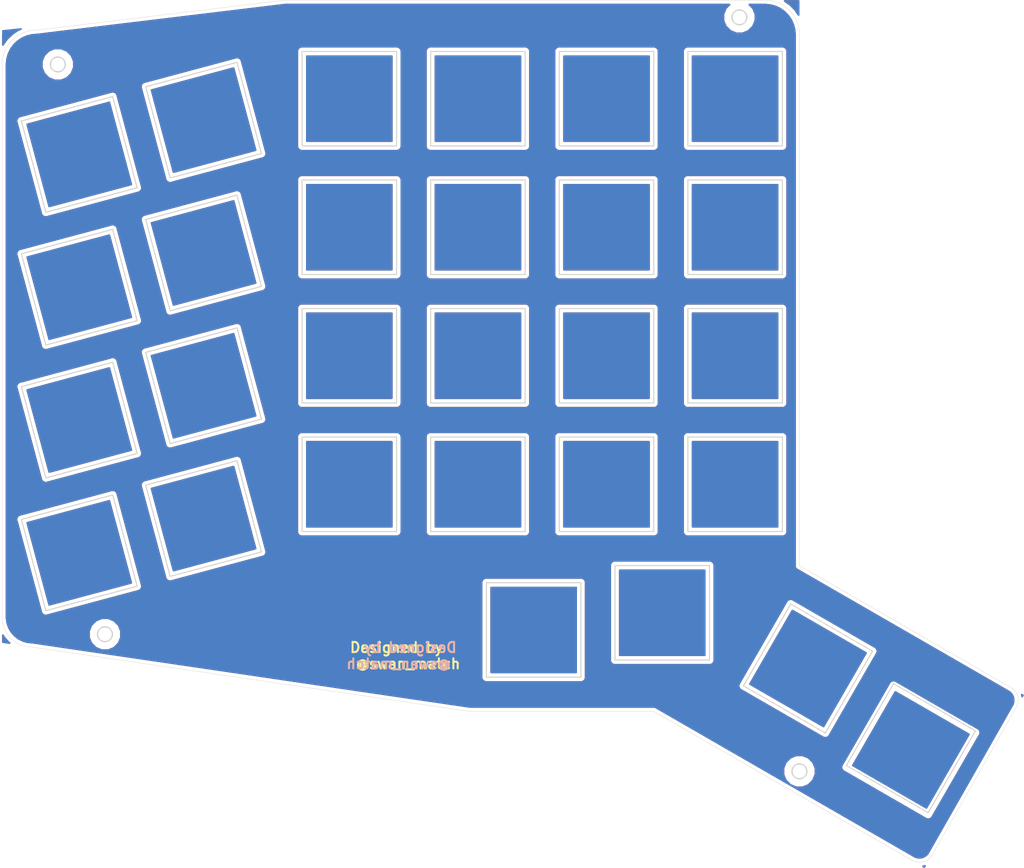
<source format=kicad_pcb>
(kicad_pcb (version 20171130) (host pcbnew 5.0.2-bee76a0~70~ubuntu18.04.1)

  (general
    (thickness 1.6)
    (drawings 23)
    (tracks 0)
    (zones 0)
    (modules 28)
    (nets 1)
  )

  (page A4)
  (layers
    (0 F.Cu signal)
    (31 B.Cu signal)
    (32 B.Adhes user)
    (33 F.Adhes user)
    (34 B.Paste user)
    (35 F.Paste user)
    (36 B.SilkS user)
    (37 F.SilkS user)
    (38 B.Mask user)
    (39 F.Mask user)
    (40 Dwgs.User user)
    (41 Cmts.User user)
    (42 Eco1.User user)
    (43 Eco2.User user)
    (44 Edge.Cuts user)
    (45 Margin user)
    (46 B.CrtYd user)
    (47 F.CrtYd user)
    (48 B.Fab user)
    (49 F.Fab user)
  )

  (setup
    (last_trace_width 0.25)
    (trace_clearance 0.2)
    (zone_clearance 0.508)
    (zone_45_only no)
    (trace_min 0.2)
    (segment_width 0.2)
    (edge_width 0.05)
    (via_size 0.8)
    (via_drill 0.4)
    (via_min_size 0.4)
    (via_min_drill 0.3)
    (uvia_size 0.3)
    (uvia_drill 0.1)
    (uvias_allowed no)
    (uvia_min_size 0.2)
    (uvia_min_drill 0.1)
    (pcb_text_width 0.3)
    (pcb_text_size 1.5 1.5)
    (mod_edge_width 0.12)
    (mod_text_size 1 1)
    (mod_text_width 0.15)
    (pad_size 3.47 3.47)
    (pad_drill 2.2)
    (pad_to_mask_clearance 0.051)
    (solder_mask_min_width 0.25)
    (aux_axis_origin 0 0)
    (grid_origin 71.77 33.64)
    (visible_elements FFFFFF7F)
    (pcbplotparams
      (layerselection 0x010fc_ffffffff)
      (usegerberextensions false)
      (usegerberattributes false)
      (usegerberadvancedattributes false)
      (creategerberjobfile false)
      (excludeedgelayer true)
      (linewidth 0.100000)
      (plotframeref false)
      (viasonmask false)
      (mode 1)
      (useauxorigin false)
      (hpglpennumber 1)
      (hpglpenspeed 20)
      (hpglpendiameter 15.000000)
      (psnegative false)
      (psa4output false)
      (plotreference true)
      (plotvalue true)
      (plotinvisibletext false)
      (padsonsilk false)
      (subtractmaskfromsilk false)
      (outputformat 1)
      (mirror false)
      (drillshape 1)
      (scaleselection 1)
      (outputdirectory ""))
  )

  (net 0 "")

  (net_class Default "これはデフォルトのネット クラスです。"
    (clearance 0.2)
    (trace_width 0.25)
    (via_dia 0.8)
    (via_drill 0.4)
    (uvia_dia 0.3)
    (uvia_drill 0.1)
  )

  (module SWAN_KEYBOARD:Switch_Cuts (layer F.Cu) (tedit 5DEF9802) (tstamp 5DED8479)
    (at 203.85 140.066 330)
    (fp_text reference SW2 (at 7.1 8.2 150) (layer F.SilkS) hide
      (effects (font (size 1 1) (thickness 0.15)))
    )
    (fp_text value SW_PUSH (at -4.8 8.3 150) (layer F.Fab) hide
      (effects (font (size 1 1) (thickness 0.15)))
    )
    (fp_line (start -9.525 -9.525) (end 9.525 -9.525) (layer Dwgs.User) (width 0.15))
    (fp_line (start 9.525 -9.525) (end 9.525 9.525) (layer Dwgs.User) (width 0.15))
    (fp_line (start 9.525 9.525) (end -9.525 9.525) (layer Dwgs.User) (width 0.15))
    (fp_line (start -9.525 9.525) (end -9.525 -9.525) (layer Dwgs.User) (width 0.15))
    (fp_line (start -7 -7) (end -7 7) (layer Edge.Cuts) (width 0.15))
    (fp_line (start -7 7) (end 7 7) (layer Edge.Cuts) (width 0.15))
    (fp_line (start -7 -7) (end 7 -7) (layer Edge.Cuts) (width 0.15))
    (fp_line (start 7 -7) (end 7 7) (layer Edge.Cuts) (width 0.15))
  )

  (module SWAN_KEYBOARD:Switch_Cuts (layer F.Cu) (tedit 5DEF9802) (tstamp 5DED756B)
    (at 188.61 128.255 330)
    (fp_text reference SW2 (at 7.1 8.2 150) (layer F.SilkS) hide
      (effects (font (size 1 1) (thickness 0.15)))
    )
    (fp_text value SW_PUSH (at -4.8 8.3 150) (layer F.Fab) hide
      (effects (font (size 1 1) (thickness 0.15)))
    )
    (fp_line (start -9.525 -9.525) (end 9.525 -9.525) (layer Dwgs.User) (width 0.15))
    (fp_line (start 9.525 -9.525) (end 9.525 9.525) (layer Dwgs.User) (width 0.15))
    (fp_line (start 9.525 9.525) (end -9.525 9.525) (layer Dwgs.User) (width 0.15))
    (fp_line (start -9.525 9.525) (end -9.525 -9.525) (layer Dwgs.User) (width 0.15))
    (fp_line (start -7 -7) (end -7 7) (layer Edge.Cuts) (width 0.15))
    (fp_line (start -7 7) (end 7 7) (layer Edge.Cuts) (width 0.15))
    (fp_line (start -7 -7) (end 7 -7) (layer Edge.Cuts) (width 0.15))
    (fp_line (start 7 -7) (end 7 7) (layer Edge.Cuts) (width 0.15))
  )

  (module SWAN_KEYBOARD:Switch_Cuts (layer F.Cu) (tedit 5DEF9802) (tstamp 5DED762D)
    (at 147.97 122.54)
    (fp_text reference SW2 (at 7.1 8.2) (layer F.SilkS) hide
      (effects (font (size 1 1) (thickness 0.15)))
    )
    (fp_text value SW_PUSH (at -4.8 8.3) (layer F.Fab) hide
      (effects (font (size 1 1) (thickness 0.15)))
    )
    (fp_line (start -9.525 -9.525) (end 9.525 -9.525) (layer Dwgs.User) (width 0.15))
    (fp_line (start 9.525 -9.525) (end 9.525 9.525) (layer Dwgs.User) (width 0.15))
    (fp_line (start 9.525 9.525) (end -9.525 9.525) (layer Dwgs.User) (width 0.15))
    (fp_line (start -9.525 9.525) (end -9.525 -9.525) (layer Dwgs.User) (width 0.15))
    (fp_line (start -7 -7) (end -7 7) (layer Edge.Cuts) (width 0.15))
    (fp_line (start -7 7) (end 7 7) (layer Edge.Cuts) (width 0.15))
    (fp_line (start -7 -7) (end 7 -7) (layer Edge.Cuts) (width 0.15))
    (fp_line (start 7 -7) (end 7 7) (layer Edge.Cuts) (width 0.15))
  )

  (module SWAN_KEYBOARD:Switch_Cuts (layer F.Cu) (tedit 5DEF9802) (tstamp 5DED7249)
    (at 167.02 120)
    (fp_text reference SW2 (at 7.1 8.2) (layer F.SilkS) hide
      (effects (font (size 1 1) (thickness 0.15)))
    )
    (fp_text value SW_PUSH (at -4.8 8.3) (layer F.Fab) hide
      (effects (font (size 1 1) (thickness 0.15)))
    )
    (fp_line (start -9.525 -9.525) (end 9.525 -9.525) (layer Dwgs.User) (width 0.15))
    (fp_line (start 9.525 -9.525) (end 9.525 9.525) (layer Dwgs.User) (width 0.15))
    (fp_line (start 9.525 9.525) (end -9.525 9.525) (layer Dwgs.User) (width 0.15))
    (fp_line (start -9.525 9.525) (end -9.525 -9.525) (layer Dwgs.User) (width 0.15))
    (fp_line (start -7 -7) (end -7 7) (layer Edge.Cuts) (width 0.15))
    (fp_line (start -7 7) (end 7 7) (layer Edge.Cuts) (width 0.15))
    (fp_line (start -7 -7) (end 7 -7) (layer Edge.Cuts) (width 0.15))
    (fp_line (start 7 -7) (end 7 7) (layer Edge.Cuts) (width 0.15))
  )

  (module SWAN_KEYBOARD:Switch_Cuts (layer F.Cu) (tedit 5DEF9802) (tstamp 5DED7294)
    (at 158.765 100.95)
    (fp_text reference SW2 (at 7.1 8.2) (layer F.SilkS) hide
      (effects (font (size 1 1) (thickness 0.15)))
    )
    (fp_text value SW_PUSH (at -4.8 8.3) (layer F.Fab) hide
      (effects (font (size 1 1) (thickness 0.15)))
    )
    (fp_line (start -9.525 -9.525) (end 9.525 -9.525) (layer Dwgs.User) (width 0.15))
    (fp_line (start 9.525 -9.525) (end 9.525 9.525) (layer Dwgs.User) (width 0.15))
    (fp_line (start 9.525 9.525) (end -9.525 9.525) (layer Dwgs.User) (width 0.15))
    (fp_line (start -9.525 9.525) (end -9.525 -9.525) (layer Dwgs.User) (width 0.15))
    (fp_line (start -7 -7) (end -7 7) (layer Edge.Cuts) (width 0.15))
    (fp_line (start -7 7) (end 7 7) (layer Edge.Cuts) (width 0.15))
    (fp_line (start -7 -7) (end 7 -7) (layer Edge.Cuts) (width 0.15))
    (fp_line (start 7 -7) (end 7 7) (layer Edge.Cuts) (width 0.15))
  )

  (module SWAN_KEYBOARD:Switch_Cuts (layer F.Cu) (tedit 5DEF9802) (tstamp 5DED7285)
    (at 177.815 100.95)
    (fp_text reference SW2 (at 7.1 8.2) (layer F.SilkS) hide
      (effects (font (size 1 1) (thickness 0.15)))
    )
    (fp_text value SW_PUSH (at -4.8 8.3) (layer F.Fab) hide
      (effects (font (size 1 1) (thickness 0.15)))
    )
    (fp_line (start -9.525 -9.525) (end 9.525 -9.525) (layer Dwgs.User) (width 0.15))
    (fp_line (start 9.525 -9.525) (end 9.525 9.525) (layer Dwgs.User) (width 0.15))
    (fp_line (start 9.525 9.525) (end -9.525 9.525) (layer Dwgs.User) (width 0.15))
    (fp_line (start -9.525 9.525) (end -9.525 -9.525) (layer Dwgs.User) (width 0.15))
    (fp_line (start -7 -7) (end -7 7) (layer Edge.Cuts) (width 0.15))
    (fp_line (start -7 7) (end 7 7) (layer Edge.Cuts) (width 0.15))
    (fp_line (start -7 -7) (end 7 -7) (layer Edge.Cuts) (width 0.15))
    (fp_line (start 7 -7) (end 7 7) (layer Edge.Cuts) (width 0.15))
  )

  (module SWAN_KEYBOARD:Switch_Cuts (layer F.Cu) (tedit 5DEF9802) (tstamp 5DED7276)
    (at 139.715 100.95)
    (fp_text reference SW2 (at 7.1 8.2) (layer F.SilkS) hide
      (effects (font (size 1 1) (thickness 0.15)))
    )
    (fp_text value SW_PUSH (at -4.8 8.3) (layer F.Fab) hide
      (effects (font (size 1 1) (thickness 0.15)))
    )
    (fp_line (start -9.525 -9.525) (end 9.525 -9.525) (layer Dwgs.User) (width 0.15))
    (fp_line (start 9.525 -9.525) (end 9.525 9.525) (layer Dwgs.User) (width 0.15))
    (fp_line (start 9.525 9.525) (end -9.525 9.525) (layer Dwgs.User) (width 0.15))
    (fp_line (start -9.525 9.525) (end -9.525 -9.525) (layer Dwgs.User) (width 0.15))
    (fp_line (start -7 -7) (end -7 7) (layer Edge.Cuts) (width 0.15))
    (fp_line (start -7 7) (end 7 7) (layer Edge.Cuts) (width 0.15))
    (fp_line (start -7 -7) (end 7 -7) (layer Edge.Cuts) (width 0.15))
    (fp_line (start 7 -7) (end 7 7) (layer Edge.Cuts) (width 0.15))
  )

  (module SWAN_KEYBOARD:Switch_Cuts (layer F.Cu) (tedit 5DEF9802) (tstamp 5DED7267)
    (at 120.665 100.95)
    (fp_text reference SW2 (at 7.1 8.2) (layer F.SilkS) hide
      (effects (font (size 1 1) (thickness 0.15)))
    )
    (fp_text value SW_PUSH (at -4.8 8.3) (layer F.Fab) hide
      (effects (font (size 1 1) (thickness 0.15)))
    )
    (fp_line (start -9.525 -9.525) (end 9.525 -9.525) (layer Dwgs.User) (width 0.15))
    (fp_line (start 9.525 -9.525) (end 9.525 9.525) (layer Dwgs.User) (width 0.15))
    (fp_line (start 9.525 9.525) (end -9.525 9.525) (layer Dwgs.User) (width 0.15))
    (fp_line (start -9.525 9.525) (end -9.525 -9.525) (layer Dwgs.User) (width 0.15))
    (fp_line (start -7 -7) (end -7 7) (layer Edge.Cuts) (width 0.15))
    (fp_line (start -7 7) (end 7 7) (layer Edge.Cuts) (width 0.15))
    (fp_line (start -7 -7) (end 7 -7) (layer Edge.Cuts) (width 0.15))
    (fp_line (start 7 -7) (end 7 7) (layer Edge.Cuts) (width 0.15))
  )

  (module SWAN_KEYBOARD:Switch_Cuts (layer F.Cu) (tedit 5DEF9802) (tstamp 5DED7258)
    (at 99.075 106.03 15)
    (fp_text reference SW2 (at 7.1 8.2 15) (layer F.SilkS) hide
      (effects (font (size 1 1) (thickness 0.15)))
    )
    (fp_text value SW_PUSH (at -4.8 8.3 15) (layer F.Fab) hide
      (effects (font (size 1 1) (thickness 0.15)))
    )
    (fp_line (start -9.525 -9.525) (end 9.525 -9.525) (layer Dwgs.User) (width 0.15))
    (fp_line (start 9.525 -9.525) (end 9.525 9.525) (layer Dwgs.User) (width 0.15))
    (fp_line (start 9.525 9.525) (end -9.525 9.525) (layer Dwgs.User) (width 0.15))
    (fp_line (start -9.525 9.525) (end -9.525 -9.525) (layer Dwgs.User) (width 0.15))
    (fp_line (start -7 -7) (end -7 7) (layer Edge.Cuts) (width 0.15))
    (fp_line (start -7 7) (end 7 7) (layer Edge.Cuts) (width 0.15))
    (fp_line (start -7 -7) (end 7 -7) (layer Edge.Cuts) (width 0.15))
    (fp_line (start 7 -7) (end 7 7) (layer Edge.Cuts) (width 0.15))
  )

  (module SWAN_KEYBOARD:Switch_Cuts (layer F.Cu) (tedit 5DEF9802) (tstamp 5DED7249)
    (at 80.66 111.11 15)
    (fp_text reference SW2 (at 7.1 8.2 15) (layer F.SilkS) hide
      (effects (font (size 1 1) (thickness 0.15)))
    )
    (fp_text value SW_PUSH (at -4.8 8.3 15) (layer F.Fab) hide
      (effects (font (size 1 1) (thickness 0.15)))
    )
    (fp_line (start -9.525 -9.525) (end 9.525 -9.525) (layer Dwgs.User) (width 0.15))
    (fp_line (start 9.525 -9.525) (end 9.525 9.525) (layer Dwgs.User) (width 0.15))
    (fp_line (start 9.525 9.525) (end -9.525 9.525) (layer Dwgs.User) (width 0.15))
    (fp_line (start -9.525 9.525) (end -9.525 -9.525) (layer Dwgs.User) (width 0.15))
    (fp_line (start -7 -7) (end -7 7) (layer Edge.Cuts) (width 0.15))
    (fp_line (start -7 7) (end 7 7) (layer Edge.Cuts) (width 0.15))
    (fp_line (start -7 -7) (end 7 -7) (layer Edge.Cuts) (width 0.15))
    (fp_line (start 7 -7) (end 7 7) (layer Edge.Cuts) (width 0.15))
  )

  (module SWAN_KEYBOARD:Switch_Cuts (layer F.Cu) (tedit 5DEF9802) (tstamp 5DED7294)
    (at 158.765 81.9)
    (fp_text reference SW2 (at 7.1 8.2) (layer F.SilkS) hide
      (effects (font (size 1 1) (thickness 0.15)))
    )
    (fp_text value SW_PUSH (at -4.8 8.3) (layer F.Fab) hide
      (effects (font (size 1 1) (thickness 0.15)))
    )
    (fp_line (start -9.525 -9.525) (end 9.525 -9.525) (layer Dwgs.User) (width 0.15))
    (fp_line (start 9.525 -9.525) (end 9.525 9.525) (layer Dwgs.User) (width 0.15))
    (fp_line (start 9.525 9.525) (end -9.525 9.525) (layer Dwgs.User) (width 0.15))
    (fp_line (start -9.525 9.525) (end -9.525 -9.525) (layer Dwgs.User) (width 0.15))
    (fp_line (start -7 -7) (end -7 7) (layer Edge.Cuts) (width 0.15))
    (fp_line (start -7 7) (end 7 7) (layer Edge.Cuts) (width 0.15))
    (fp_line (start -7 -7) (end 7 -7) (layer Edge.Cuts) (width 0.15))
    (fp_line (start 7 -7) (end 7 7) (layer Edge.Cuts) (width 0.15))
  )

  (module SWAN_KEYBOARD:Switch_Cuts (layer F.Cu) (tedit 5DEF9802) (tstamp 5DED7285)
    (at 177.815 81.9)
    (fp_text reference SW2 (at 7.1 8.2) (layer F.SilkS) hide
      (effects (font (size 1 1) (thickness 0.15)))
    )
    (fp_text value SW_PUSH (at -4.8 8.3) (layer F.Fab) hide
      (effects (font (size 1 1) (thickness 0.15)))
    )
    (fp_line (start -9.525 -9.525) (end 9.525 -9.525) (layer Dwgs.User) (width 0.15))
    (fp_line (start 9.525 -9.525) (end 9.525 9.525) (layer Dwgs.User) (width 0.15))
    (fp_line (start 9.525 9.525) (end -9.525 9.525) (layer Dwgs.User) (width 0.15))
    (fp_line (start -9.525 9.525) (end -9.525 -9.525) (layer Dwgs.User) (width 0.15))
    (fp_line (start -7 -7) (end -7 7) (layer Edge.Cuts) (width 0.15))
    (fp_line (start -7 7) (end 7 7) (layer Edge.Cuts) (width 0.15))
    (fp_line (start -7 -7) (end 7 -7) (layer Edge.Cuts) (width 0.15))
    (fp_line (start 7 -7) (end 7 7) (layer Edge.Cuts) (width 0.15))
  )

  (module SWAN_KEYBOARD:Switch_Cuts (layer F.Cu) (tedit 5DEF9802) (tstamp 5DED7276)
    (at 139.715 81.9)
    (fp_text reference SW2 (at 7.1 8.2) (layer F.SilkS) hide
      (effects (font (size 1 1) (thickness 0.15)))
    )
    (fp_text value SW_PUSH (at -4.8 8.3) (layer F.Fab) hide
      (effects (font (size 1 1) (thickness 0.15)))
    )
    (fp_line (start -9.525 -9.525) (end 9.525 -9.525) (layer Dwgs.User) (width 0.15))
    (fp_line (start 9.525 -9.525) (end 9.525 9.525) (layer Dwgs.User) (width 0.15))
    (fp_line (start 9.525 9.525) (end -9.525 9.525) (layer Dwgs.User) (width 0.15))
    (fp_line (start -9.525 9.525) (end -9.525 -9.525) (layer Dwgs.User) (width 0.15))
    (fp_line (start -7 -7) (end -7 7) (layer Edge.Cuts) (width 0.15))
    (fp_line (start -7 7) (end 7 7) (layer Edge.Cuts) (width 0.15))
    (fp_line (start -7 -7) (end 7 -7) (layer Edge.Cuts) (width 0.15))
    (fp_line (start 7 -7) (end 7 7) (layer Edge.Cuts) (width 0.15))
  )

  (module SWAN_KEYBOARD:Switch_Cuts (layer F.Cu) (tedit 5DEF9802) (tstamp 5DED7267)
    (at 120.665 81.9)
    (fp_text reference SW2 (at 7.1 8.2) (layer F.SilkS) hide
      (effects (font (size 1 1) (thickness 0.15)))
    )
    (fp_text value SW_PUSH (at -4.8 8.3) (layer F.Fab) hide
      (effects (font (size 1 1) (thickness 0.15)))
    )
    (fp_line (start -9.525 -9.525) (end 9.525 -9.525) (layer Dwgs.User) (width 0.15))
    (fp_line (start 9.525 -9.525) (end 9.525 9.525) (layer Dwgs.User) (width 0.15))
    (fp_line (start 9.525 9.525) (end -9.525 9.525) (layer Dwgs.User) (width 0.15))
    (fp_line (start -9.525 9.525) (end -9.525 -9.525) (layer Dwgs.User) (width 0.15))
    (fp_line (start -7 -7) (end -7 7) (layer Edge.Cuts) (width 0.15))
    (fp_line (start -7 7) (end 7 7) (layer Edge.Cuts) (width 0.15))
    (fp_line (start -7 -7) (end 7 -7) (layer Edge.Cuts) (width 0.15))
    (fp_line (start 7 -7) (end 7 7) (layer Edge.Cuts) (width 0.15))
  )

  (module SWAN_KEYBOARD:Switch_Cuts (layer F.Cu) (tedit 5DEF9802) (tstamp 5DED7258)
    (at 99.075 86.345 15)
    (fp_text reference SW2 (at 7.1 8.2 15) (layer F.SilkS) hide
      (effects (font (size 1 1) (thickness 0.15)))
    )
    (fp_text value SW_PUSH (at -4.8 8.3 15) (layer F.Fab) hide
      (effects (font (size 1 1) (thickness 0.15)))
    )
    (fp_line (start -9.525 -9.525) (end 9.525 -9.525) (layer Dwgs.User) (width 0.15))
    (fp_line (start 9.525 -9.525) (end 9.525 9.525) (layer Dwgs.User) (width 0.15))
    (fp_line (start 9.525 9.525) (end -9.525 9.525) (layer Dwgs.User) (width 0.15))
    (fp_line (start -9.525 9.525) (end -9.525 -9.525) (layer Dwgs.User) (width 0.15))
    (fp_line (start -7 -7) (end -7 7) (layer Edge.Cuts) (width 0.15))
    (fp_line (start -7 7) (end 7 7) (layer Edge.Cuts) (width 0.15))
    (fp_line (start -7 -7) (end 7 -7) (layer Edge.Cuts) (width 0.15))
    (fp_line (start 7 -7) (end 7 7) (layer Edge.Cuts) (width 0.15))
  )

  (module SWAN_KEYBOARD:Switch_Cuts (layer F.Cu) (tedit 5DEF9802) (tstamp 5DED7249)
    (at 80.66 91.425 15)
    (fp_text reference SW2 (at 7.1 8.2 15) (layer F.SilkS) hide
      (effects (font (size 1 1) (thickness 0.15)))
    )
    (fp_text value SW_PUSH (at -4.8 8.3 15) (layer F.Fab) hide
      (effects (font (size 1 1) (thickness 0.15)))
    )
    (fp_line (start -9.525 -9.525) (end 9.525 -9.525) (layer Dwgs.User) (width 0.15))
    (fp_line (start 9.525 -9.525) (end 9.525 9.525) (layer Dwgs.User) (width 0.15))
    (fp_line (start 9.525 9.525) (end -9.525 9.525) (layer Dwgs.User) (width 0.15))
    (fp_line (start -9.525 9.525) (end -9.525 -9.525) (layer Dwgs.User) (width 0.15))
    (fp_line (start -7 -7) (end -7 7) (layer Edge.Cuts) (width 0.15))
    (fp_line (start -7 7) (end 7 7) (layer Edge.Cuts) (width 0.15))
    (fp_line (start -7 -7) (end 7 -7) (layer Edge.Cuts) (width 0.15))
    (fp_line (start 7 -7) (end 7 7) (layer Edge.Cuts) (width 0.15))
  )

  (module SWAN_KEYBOARD:Switch_Cuts (layer F.Cu) (tedit 5DEF9802) (tstamp 5DED7294)
    (at 158.765 62.85)
    (fp_text reference SW2 (at 7.1 8.2) (layer F.SilkS) hide
      (effects (font (size 1 1) (thickness 0.15)))
    )
    (fp_text value SW_PUSH (at -4.8 8.3) (layer F.Fab) hide
      (effects (font (size 1 1) (thickness 0.15)))
    )
    (fp_line (start -9.525 -9.525) (end 9.525 -9.525) (layer Dwgs.User) (width 0.15))
    (fp_line (start 9.525 -9.525) (end 9.525 9.525) (layer Dwgs.User) (width 0.15))
    (fp_line (start 9.525 9.525) (end -9.525 9.525) (layer Dwgs.User) (width 0.15))
    (fp_line (start -9.525 9.525) (end -9.525 -9.525) (layer Dwgs.User) (width 0.15))
    (fp_line (start -7 -7) (end -7 7) (layer Edge.Cuts) (width 0.15))
    (fp_line (start -7 7) (end 7 7) (layer Edge.Cuts) (width 0.15))
    (fp_line (start -7 -7) (end 7 -7) (layer Edge.Cuts) (width 0.15))
    (fp_line (start 7 -7) (end 7 7) (layer Edge.Cuts) (width 0.15))
  )

  (module SWAN_KEYBOARD:Switch_Cuts (layer F.Cu) (tedit 5DEF9802) (tstamp 5DED7285)
    (at 177.815 62.85)
    (fp_text reference SW2 (at 7.1 8.2) (layer F.SilkS) hide
      (effects (font (size 1 1) (thickness 0.15)))
    )
    (fp_text value SW_PUSH (at -4.8 8.3) (layer F.Fab) hide
      (effects (font (size 1 1) (thickness 0.15)))
    )
    (fp_line (start -9.525 -9.525) (end 9.525 -9.525) (layer Dwgs.User) (width 0.15))
    (fp_line (start 9.525 -9.525) (end 9.525 9.525) (layer Dwgs.User) (width 0.15))
    (fp_line (start 9.525 9.525) (end -9.525 9.525) (layer Dwgs.User) (width 0.15))
    (fp_line (start -9.525 9.525) (end -9.525 -9.525) (layer Dwgs.User) (width 0.15))
    (fp_line (start -7 -7) (end -7 7) (layer Edge.Cuts) (width 0.15))
    (fp_line (start -7 7) (end 7 7) (layer Edge.Cuts) (width 0.15))
    (fp_line (start -7 -7) (end 7 -7) (layer Edge.Cuts) (width 0.15))
    (fp_line (start 7 -7) (end 7 7) (layer Edge.Cuts) (width 0.15))
  )

  (module SWAN_KEYBOARD:Switch_Cuts (layer F.Cu) (tedit 5DEF9802) (tstamp 5DED7276)
    (at 139.715 62.85)
    (fp_text reference SW2 (at 7.1 8.2) (layer F.SilkS) hide
      (effects (font (size 1 1) (thickness 0.15)))
    )
    (fp_text value SW_PUSH (at -4.8 8.3) (layer F.Fab) hide
      (effects (font (size 1 1) (thickness 0.15)))
    )
    (fp_line (start -9.525 -9.525) (end 9.525 -9.525) (layer Dwgs.User) (width 0.15))
    (fp_line (start 9.525 -9.525) (end 9.525 9.525) (layer Dwgs.User) (width 0.15))
    (fp_line (start 9.525 9.525) (end -9.525 9.525) (layer Dwgs.User) (width 0.15))
    (fp_line (start -9.525 9.525) (end -9.525 -9.525) (layer Dwgs.User) (width 0.15))
    (fp_line (start -7 -7) (end -7 7) (layer Edge.Cuts) (width 0.15))
    (fp_line (start -7 7) (end 7 7) (layer Edge.Cuts) (width 0.15))
    (fp_line (start -7 -7) (end 7 -7) (layer Edge.Cuts) (width 0.15))
    (fp_line (start 7 -7) (end 7 7) (layer Edge.Cuts) (width 0.15))
  )

  (module SWAN_KEYBOARD:Switch_Cuts (layer F.Cu) (tedit 5DEF9802) (tstamp 5DED7267)
    (at 120.665 62.85)
    (fp_text reference SW2 (at 7.1 8.2) (layer F.SilkS) hide
      (effects (font (size 1 1) (thickness 0.15)))
    )
    (fp_text value SW_PUSH (at -4.8 8.3) (layer F.Fab) hide
      (effects (font (size 1 1) (thickness 0.15)))
    )
    (fp_line (start -9.525 -9.525) (end 9.525 -9.525) (layer Dwgs.User) (width 0.15))
    (fp_line (start 9.525 -9.525) (end 9.525 9.525) (layer Dwgs.User) (width 0.15))
    (fp_line (start 9.525 9.525) (end -9.525 9.525) (layer Dwgs.User) (width 0.15))
    (fp_line (start -9.525 9.525) (end -9.525 -9.525) (layer Dwgs.User) (width 0.15))
    (fp_line (start -7 -7) (end -7 7) (layer Edge.Cuts) (width 0.15))
    (fp_line (start -7 7) (end 7 7) (layer Edge.Cuts) (width 0.15))
    (fp_line (start -7 -7) (end 7 -7) (layer Edge.Cuts) (width 0.15))
    (fp_line (start 7 -7) (end 7 7) (layer Edge.Cuts) (width 0.15))
  )

  (module SWAN_KEYBOARD:Switch_Cuts (layer F.Cu) (tedit 5DEF9802) (tstamp 5DED7258)
    (at 99.075 66.66 15)
    (fp_text reference SW2 (at 7.1 8.2 15) (layer F.SilkS) hide
      (effects (font (size 1 1) (thickness 0.15)))
    )
    (fp_text value SW_PUSH (at -4.8 8.3 15) (layer F.Fab) hide
      (effects (font (size 1 1) (thickness 0.15)))
    )
    (fp_line (start -9.525 -9.525) (end 9.525 -9.525) (layer Dwgs.User) (width 0.15))
    (fp_line (start 9.525 -9.525) (end 9.525 9.525) (layer Dwgs.User) (width 0.15))
    (fp_line (start 9.525 9.525) (end -9.525 9.525) (layer Dwgs.User) (width 0.15))
    (fp_line (start -9.525 9.525) (end -9.525 -9.525) (layer Dwgs.User) (width 0.15))
    (fp_line (start -7 -7) (end -7 7) (layer Edge.Cuts) (width 0.15))
    (fp_line (start -7 7) (end 7 7) (layer Edge.Cuts) (width 0.15))
    (fp_line (start -7 -7) (end 7 -7) (layer Edge.Cuts) (width 0.15))
    (fp_line (start 7 -7) (end 7 7) (layer Edge.Cuts) (width 0.15))
  )

  (module SWAN_KEYBOARD:Switch_Cuts (layer F.Cu) (tedit 5DEF9802) (tstamp 5DED7249)
    (at 80.66 71.74 15)
    (fp_text reference SW2 (at 7.1 8.2 15) (layer F.SilkS) hide
      (effects (font (size 1 1) (thickness 0.15)))
    )
    (fp_text value SW_PUSH (at -4.8 8.3 15) (layer F.Fab) hide
      (effects (font (size 1 1) (thickness 0.15)))
    )
    (fp_line (start -9.525 -9.525) (end 9.525 -9.525) (layer Dwgs.User) (width 0.15))
    (fp_line (start 9.525 -9.525) (end 9.525 9.525) (layer Dwgs.User) (width 0.15))
    (fp_line (start 9.525 9.525) (end -9.525 9.525) (layer Dwgs.User) (width 0.15))
    (fp_line (start -9.525 9.525) (end -9.525 -9.525) (layer Dwgs.User) (width 0.15))
    (fp_line (start -7 -7) (end -7 7) (layer Edge.Cuts) (width 0.15))
    (fp_line (start -7 7) (end 7 7) (layer Edge.Cuts) (width 0.15))
    (fp_line (start -7 -7) (end 7 -7) (layer Edge.Cuts) (width 0.15))
    (fp_line (start 7 -7) (end 7 7) (layer Edge.Cuts) (width 0.15))
  )

  (module SWAN_KEYBOARD:Switch_Cuts (layer F.Cu) (tedit 5DEF9802) (tstamp 5DED71E5)
    (at 177.815 43.8)
    (fp_text reference SW2 (at 7.1 8.2) (layer F.SilkS) hide
      (effects (font (size 1 1) (thickness 0.15)))
    )
    (fp_text value SW_PUSH (at -4.8 8.3) (layer F.Fab) hide
      (effects (font (size 1 1) (thickness 0.15)))
    )
    (fp_line (start -9.525 -9.525) (end 9.525 -9.525) (layer Dwgs.User) (width 0.15))
    (fp_line (start 9.525 -9.525) (end 9.525 9.525) (layer Dwgs.User) (width 0.15))
    (fp_line (start 9.525 9.525) (end -9.525 9.525) (layer Dwgs.User) (width 0.15))
    (fp_line (start -9.525 9.525) (end -9.525 -9.525) (layer Dwgs.User) (width 0.15))
    (fp_line (start -7 -7) (end -7 7) (layer Edge.Cuts) (width 0.15))
    (fp_line (start -7 7) (end 7 7) (layer Edge.Cuts) (width 0.15))
    (fp_line (start -7 -7) (end 7 -7) (layer Edge.Cuts) (width 0.15))
    (fp_line (start 7 -7) (end 7 7) (layer Edge.Cuts) (width 0.15))
  )

  (module SWAN_KEYBOARD:Switch_Cuts (layer F.Cu) (tedit 5DEF9802) (tstamp 5DED71E5)
    (at 158.765 43.8)
    (fp_text reference SW2 (at 7.1 8.2) (layer F.SilkS) hide
      (effects (font (size 1 1) (thickness 0.15)))
    )
    (fp_text value SW_PUSH (at -4.8 8.3) (layer F.Fab) hide
      (effects (font (size 1 1) (thickness 0.15)))
    )
    (fp_line (start -9.525 -9.525) (end 9.525 -9.525) (layer Dwgs.User) (width 0.15))
    (fp_line (start 9.525 -9.525) (end 9.525 9.525) (layer Dwgs.User) (width 0.15))
    (fp_line (start 9.525 9.525) (end -9.525 9.525) (layer Dwgs.User) (width 0.15))
    (fp_line (start -9.525 9.525) (end -9.525 -9.525) (layer Dwgs.User) (width 0.15))
    (fp_line (start -7 -7) (end -7 7) (layer Edge.Cuts) (width 0.15))
    (fp_line (start -7 7) (end 7 7) (layer Edge.Cuts) (width 0.15))
    (fp_line (start -7 -7) (end 7 -7) (layer Edge.Cuts) (width 0.15))
    (fp_line (start 7 -7) (end 7 7) (layer Edge.Cuts) (width 0.15))
  )

  (module SWAN_KEYBOARD:Switch_Cuts (layer F.Cu) (tedit 5DEF9802) (tstamp 5DED71E5)
    (at 139.715 43.8)
    (fp_text reference SW2 (at 7.1 8.2) (layer F.SilkS) hide
      (effects (font (size 1 1) (thickness 0.15)))
    )
    (fp_text value SW_PUSH (at -4.8 8.3) (layer F.Fab) hide
      (effects (font (size 1 1) (thickness 0.15)))
    )
    (fp_line (start -9.525 -9.525) (end 9.525 -9.525) (layer Dwgs.User) (width 0.15))
    (fp_line (start 9.525 -9.525) (end 9.525 9.525) (layer Dwgs.User) (width 0.15))
    (fp_line (start 9.525 9.525) (end -9.525 9.525) (layer Dwgs.User) (width 0.15))
    (fp_line (start -9.525 9.525) (end -9.525 -9.525) (layer Dwgs.User) (width 0.15))
    (fp_line (start -7 -7) (end -7 7) (layer Edge.Cuts) (width 0.15))
    (fp_line (start -7 7) (end 7 7) (layer Edge.Cuts) (width 0.15))
    (fp_line (start -7 -7) (end 7 -7) (layer Edge.Cuts) (width 0.15))
    (fp_line (start 7 -7) (end 7 7) (layer Edge.Cuts) (width 0.15))
  )

  (module SWAN_KEYBOARD:Switch_Cuts (layer F.Cu) (tedit 5DEF9802) (tstamp 5DED71E5)
    (at 120.665 43.8)
    (fp_text reference SW2 (at 7.1 8.2) (layer F.SilkS) hide
      (effects (font (size 1 1) (thickness 0.15)))
    )
    (fp_text value SW_PUSH (at -4.8 8.3) (layer F.Fab) hide
      (effects (font (size 1 1) (thickness 0.15)))
    )
    (fp_line (start -9.525 -9.525) (end 9.525 -9.525) (layer Dwgs.User) (width 0.15))
    (fp_line (start 9.525 -9.525) (end 9.525 9.525) (layer Dwgs.User) (width 0.15))
    (fp_line (start 9.525 9.525) (end -9.525 9.525) (layer Dwgs.User) (width 0.15))
    (fp_line (start -9.525 9.525) (end -9.525 -9.525) (layer Dwgs.User) (width 0.15))
    (fp_line (start -7 -7) (end -7 7) (layer Edge.Cuts) (width 0.15))
    (fp_line (start -7 7) (end 7 7) (layer Edge.Cuts) (width 0.15))
    (fp_line (start -7 -7) (end 7 -7) (layer Edge.Cuts) (width 0.15))
    (fp_line (start 7 -7) (end 7 7) (layer Edge.Cuts) (width 0.15))
  )

  (module SWAN_KEYBOARD:Switch_Cuts (layer F.Cu) (tedit 5DEF9802) (tstamp 5DED71E5)
    (at 99.075 46.975 15)
    (fp_text reference SW2 (at 7.1 8.2 15) (layer F.SilkS) hide
      (effects (font (size 1 1) (thickness 0.15)))
    )
    (fp_text value SW_PUSH (at -4.8 8.3 15) (layer F.Fab) hide
      (effects (font (size 1 1) (thickness 0.15)))
    )
    (fp_line (start -9.525 -9.525) (end 9.525 -9.525) (layer Dwgs.User) (width 0.15))
    (fp_line (start 9.525 -9.525) (end 9.525 9.525) (layer Dwgs.User) (width 0.15))
    (fp_line (start 9.525 9.525) (end -9.525 9.525) (layer Dwgs.User) (width 0.15))
    (fp_line (start -9.525 9.525) (end -9.525 -9.525) (layer Dwgs.User) (width 0.15))
    (fp_line (start -7 -7) (end -7 7) (layer Edge.Cuts) (width 0.15))
    (fp_line (start -7 7) (end 7 7) (layer Edge.Cuts) (width 0.15))
    (fp_line (start -7 -7) (end 7 -7) (layer Edge.Cuts) (width 0.15))
    (fp_line (start 7 -7) (end 7 7) (layer Edge.Cuts) (width 0.15))
  )

  (module SWAN_KEYBOARD:Switch_Cuts (layer F.Cu) (tedit 5DEF9802) (tstamp 5DED7153)
    (at 80.66 52.055 15)
    (fp_text reference SW2 (at 7.1 8.2 15) (layer F.SilkS) hide
      (effects (font (size 1 1) (thickness 0.15)))
    )
    (fp_text value SW_PUSH (at -4.8 8.3 15) (layer F.Fab) hide
      (effects (font (size 1 1) (thickness 0.15)))
    )
    (fp_line (start -9.525 -9.525) (end 9.525 -9.525) (layer Dwgs.User) (width 0.15))
    (fp_line (start 9.525 -9.525) (end 9.525 9.525) (layer Dwgs.User) (width 0.15))
    (fp_line (start 9.525 9.525) (end -9.525 9.525) (layer Dwgs.User) (width 0.15))
    (fp_line (start -9.525 9.525) (end -9.525 -9.525) (layer Dwgs.User) (width 0.15))
    (fp_line (start -7 -7) (end -7 7) (layer Edge.Cuts) (width 0.15))
    (fp_line (start -7 7) (end 7 7) (layer Edge.Cuts) (width 0.15))
    (fp_line (start -7 -7) (end 7 -7) (layer Edge.Cuts) (width 0.15))
    (fp_line (start 7 -7) (end 7 7) (layer Edge.Cuts) (width 0.15))
  )

  (gr_circle (center 187.34 143.495) (end 188.44 143.495) (layer Edge.Cuts) (width 0.2) (tstamp 5DEFCE1E))
  (gr_circle (center 84.47 123.175) (end 85.57 123.175) (layer Edge.Cuts) (width 0.2) (tstamp 5DEFCE1E))
  (gr_circle (center 178.45 31.735) (end 179.55 31.735) (layer Edge.Cuts) (width 0.2) (tstamp 5DEFCE03))
  (gr_circle (center 77.485 38.72) (end 78.585 38.72) (layer Edge.Cuts) (width 0.2))
  (gr_arc (start 161.686 177.15) (end 204.612 140.066) (angle -65.01583871) (layer Dwgs.User) (width 0.2))
  (gr_text "Designed by\n   @swan_match" (at 129.682 126.35) (layer B.SilkS) (tstamp 5DEFC409)
    (effects (font (size 1.5 1.5) (thickness 0.3)) (justify mirror))
  )
  (gr_text "Designed by\n   @swan_match" (at 127.65 126.35) (layer F.SilkS)
    (effects (font (size 1.5 1.5) (thickness 0.3)))
  )
  (gr_text Alidox (at 119.014 118.476) (layer B.Mask) (tstamp 5DEFC399)
    (effects (font (size 5 5) (thickness 0.5)) (justify mirror))
  )
  (gr_text Alidox (at 119.014 118.984) (layer F.Mask)
    (effects (font (size 5 5) (thickness 0.5)))
  )
  (gr_arc (start 205.12 154.798) (end 203.850001 156.575999) (angle -90) (layer Edge.Cuts) (width 0.05) (tstamp 5DEFC325))
  (gr_arc (start 217.566 132.954) (end 219.343999 134.223999) (angle -89.9999939) (layer Edge.Cuts) (width 0.05))
  (gr_line (start 111.14 29.195) (end 74.31 33.64) (layer Edge.Cuts) (width 0.05))
  (gr_arc (start 73.675 120.635) (end 69.23 120.635) (angle -90) (layer Edge.Cuts) (width 0.05))
  (gr_arc (start 182.26 34.275) (end 187.34 34.275) (angle -90) (layer Edge.Cuts) (width 0.05))
  (gr_arc (start 74.31 38.72) (end 74.31 33.64) (angle -90) (layer Edge.Cuts) (width 0.05))
  (gr_line (start 69.23 120.635) (end 69.23 38.72) (layer Edge.Cuts) (width 0.05))
  (gr_line (start 138.445 134.605) (end 73.675 125.08) (layer Edge.Cuts) (width 0.05))
  (gr_line (start 165.75 134.605) (end 138.445 134.605) (layer Edge.Cuts) (width 0.05))
  (gr_line (start 203.85 156.576) (end 165.75 134.605) (layer Edge.Cuts) (width 0.05))
  (gr_line (start 219.344 134.224) (end 206.898 156.068) (layer Edge.Cuts) (width 0.05))
  (gr_line (start 187.34 113.015) (end 218.836 131.176) (layer Edge.Cuts) (width 0.05))
  (gr_line (start 187.34 34.275) (end 187.34 113.015) (layer Edge.Cuts) (width 0.05))
  (gr_line (start 111.14 29.195) (end 182.26 29.195) (layer Edge.Cuts) (width 0.05))

  (zone (net 0) (net_name "") (layer F.Cu) (tstamp 0) (hatch edge 0.508)
    (connect_pads (clearance 0.508))
    (min_thickness 0.254)
    (fill yes (arc_segments 16) (thermal_gap 0.508) (thermal_bridge_width 0.508))
    (polygon
      (pts
        (xy 69.23 34.275) (xy 69.23 124.445) (xy 138.445 134.605) (xy 165.75 134.605) (xy 205.882 157.846)
        (xy 220.614 132.192) (xy 187.34 113.015) (xy 187.34 29.195) (xy 111.14 29.195)
      )
    )
    (filled_polygon
      (pts
        (xy 205.835343 157.672222) (xy 205.670286 157.576635) (xy 205.931771 157.504304)
      )
    )
    (filled_polygon
      (pts
        (xy 176.440811 30.392503) (xy 176.431617 30.414699) (xy 176.423119 30.419366) (xy 176.254365 30.842625) (xy 176.08 31.263578)
        (xy 176.08 31.279954) (xy 176.073935 31.295166) (xy 176.08 31.750735) (xy 176.08 32.206422) (xy 176.086268 32.221554)
        (xy 176.086486 32.237927) (xy 176.423119 33.050634) (xy 176.431617 33.055301) (xy 176.440811 33.077497) (xy 177.107503 33.744189)
        (xy 177.129699 33.753383) (xy 177.134366 33.761881) (xy 177.557625 33.930635) (xy 177.978578 34.105) (xy 177.994954 34.105)
        (xy 178.010166 34.111065) (xy 178.465735 34.105) (xy 178.921422 34.105) (xy 178.936554 34.098732) (xy 178.952927 34.098514)
        (xy 179.765634 33.761881) (xy 179.770301 33.753383) (xy 179.792497 33.744189) (xy 180.459189 33.077497) (xy 180.468383 33.055301)
        (xy 180.476881 33.050634) (xy 180.645635 32.627375) (xy 180.82 32.206422) (xy 180.82 32.190046) (xy 180.826065 32.174834)
        (xy 180.82 31.719265) (xy 180.82 31.263578) (xy 180.813732 31.248446) (xy 180.813514 31.232073) (xy 180.476881 30.419366)
        (xy 180.468383 30.414699) (xy 180.459189 30.392503) (xy 179.921686 29.855) (xy 182.230608 29.855) (xy 183.042249 29.927437)
        (xy 183.799774 30.134672) (xy 184.508625 30.472777) (xy 185.146404 30.931067) (xy 185.692946 31.495055) (xy 186.130977 32.146913)
        (xy 186.446651 32.866038) (xy 186.631206 33.634768) (xy 186.68 34.299207) (xy 186.680001 112.906221) (xy 186.672779 112.927535)
        (xy 186.680001 113.036791) (xy 186.680001 113.080003) (xy 186.684279 113.10151) (xy 186.690097 113.189526) (xy 186.709671 113.229163)
        (xy 186.718295 113.272519) (xy 186.767299 113.345859) (xy 186.806356 113.424948) (xy 186.839608 113.454077) (xy 186.864168 113.490833)
        (xy 186.937511 113.539839) (xy 186.954005 113.554288) (xy 186.991439 113.575873) (xy 187.082482 113.636706) (xy 187.104554 113.641096)
        (xy 218.439299 131.709116) (xy 218.748642 132.00101) (xy 218.961354 132.354151) (xy 219.071265 132.75149) (xy 219.070274 133.163743)
        (xy 218.955597 133.570692) (xy 218.769843 133.898507) (xy 206.363701 155.672553) (xy 206.07299 155.980641) (xy 205.719847 156.193354)
        (xy 205.32251 156.303265) (xy 204.910257 156.302274) (xy 204.503308 156.187597) (xy 204.177479 156.002969) (xy 181.72464 143.055166)
        (xy 184.963935 143.055166) (xy 184.97 143.510735) (xy 184.97 143.966422) (xy 184.976268 143.981554) (xy 184.976486 143.997927)
        (xy 185.313119 144.810634) (xy 185.321617 144.815301) (xy 185.330811 144.837497) (xy 185.997503 145.504189) (xy 186.019699 145.513383)
        (xy 186.024366 145.521881) (xy 186.447625 145.690635) (xy 186.868578 145.865) (xy 186.884954 145.865) (xy 186.900166 145.871065)
        (xy 187.355735 145.865) (xy 187.811422 145.865) (xy 187.826554 145.858732) (xy 187.842927 145.858514) (xy 188.655634 145.521881)
        (xy 188.660301 145.513383) (xy 188.682497 145.504189) (xy 189.349189 144.837497) (xy 189.358383 144.815301) (xy 189.366881 144.810634)
        (xy 189.535635 144.387375) (xy 189.71 143.966422) (xy 189.71 143.950046) (xy 189.716065 143.934834) (xy 189.71 143.479265)
        (xy 189.71 143.023578) (xy 189.703732 143.008446) (xy 189.703514 142.992073) (xy 189.618856 142.787689) (xy 193.570106 142.787689)
        (xy 193.58858 143.069539) (xy 193.713507 143.322866) (xy 193.86588 143.456493) (xy 193.925868 143.509101) (xy 193.993379 143.532018)
        (xy 205.996622 150.462093) (xy 206.050224 150.509101) (xy 206.317689 150.599894) (xy 206.599539 150.58142) (xy 206.852866 150.456493)
        (xy 206.992093 150.297735) (xy 206.992094 150.297733) (xy 207.039101 150.244132) (xy 207.062017 150.176622) (xy 213.992094 138.173377)
        (xy 214.039101 138.119776) (xy 214.078219 138.004539) (xy 214.129893 137.852312) (xy 214.11142 137.570461) (xy 214.087885 137.522736)
        (xy 213.986493 137.317133) (xy 213.827735 137.177906) (xy 213.827729 137.177903) (xy 213.774132 137.130899) (xy 213.706627 137.107984)
        (xy 201.703376 130.177905) (xy 201.649776 130.130899) (xy 201.582267 130.107983) (xy 201.582264 130.107981) (xy 201.382311 130.040106)
        (xy 201.117798 130.057444) (xy 201.10046 130.05858) (xy 200.847133 130.183507) (xy 200.707906 130.342265) (xy 200.707903 130.34227)
        (xy 200.660899 130.395868) (xy 200.637983 130.463374) (xy 193.707906 142.466623) (xy 193.660899 142.520224) (xy 193.637982 142.587734)
        (xy 193.637981 142.587736) (xy 193.570106 142.787689) (xy 189.618856 142.787689) (xy 189.366881 142.179366) (xy 189.358383 142.174699)
        (xy 189.349189 142.152503) (xy 188.682497 141.485811) (xy 188.660301 141.476617) (xy 188.655634 141.468119) (xy 188.232375 141.299365)
        (xy 187.811422 141.125) (xy 187.795046 141.125) (xy 187.779834 141.118935) (xy 187.324265 141.125) (xy 186.868578 141.125)
        (xy 186.853446 141.131268) (xy 186.837073 141.131486) (xy 186.024366 141.468119) (xy 186.019699 141.476617) (xy 185.997503 141.485811)
        (xy 185.330811 142.152503) (xy 185.321617 142.174699) (xy 185.313119 142.179366) (xy 185.144365 142.602625) (xy 184.97 143.023578)
        (xy 184.97 143.039954) (xy 184.963935 143.055166) (xy 181.72464 143.055166) (xy 166.098575 134.044136) (xy 166.007519 133.983294)
        (xy 165.921014 133.966087) (xy 165.837492 133.937783) (xy 165.728242 133.945) (xy 138.493272 133.945) (xy 116.581555 130.722689)
        (xy 178.330106 130.722689) (xy 178.34858 131.004539) (xy 178.473507 131.257866) (xy 178.62588 131.391493) (xy 178.685868 131.444101)
        (xy 178.753379 131.467018) (xy 190.756622 138.397093) (xy 190.810224 138.444101) (xy 191.077689 138.534894) (xy 191.359539 138.51642)
        (xy 191.612866 138.391493) (xy 191.752093 138.232735) (xy 191.752094 138.232733) (xy 191.799101 138.179132) (xy 191.822017 138.111622)
        (xy 198.752094 126.108377) (xy 198.799101 126.054776) (xy 198.889893 125.787311) (xy 198.87142 125.50546) (xy 198.746493 125.252133)
        (xy 198.587735 125.112906) (xy 198.587729 125.112903) (xy 198.534132 125.065899) (xy 198.466627 125.042984) (xy 186.463376 118.112905)
        (xy 186.409776 118.065899) (xy 186.342267 118.042983) (xy 186.342264 118.042981) (xy 186.142311 117.975106) (xy 185.877798 117.992444)
        (xy 185.86046 117.99358) (xy 185.607133 118.118507) (xy 185.467906 118.277265) (xy 185.467903 118.27727) (xy 185.420899 118.330868)
        (xy 185.397983 118.398374) (xy 178.467906 130.401623) (xy 178.420899 130.455224) (xy 178.397982 130.522734) (xy 178.397981 130.522736)
        (xy 178.360504 130.633139) (xy 178.330106 130.722689) (xy 116.581555 130.722689) (xy 73.706714 124.417566) (xy 73.689819 124.418417)
        (xy 72.959844 124.348771) (xy 72.270484 124.146536) (xy 71.63181 123.817596) (xy 71.066857 123.37382) (xy 70.596012 122.83122)
        (xy 70.540444 122.735166) (xy 82.093935 122.735166) (xy 82.1 123.190735) (xy 82.1 123.646422) (xy 82.106268 123.661554)
        (xy 82.106486 123.677927) (xy 82.443119 124.490634) (xy 82.451617 124.495301) (xy 82.460811 124.517497) (xy 83.127503 125.184189)
        (xy 83.149699 125.193383) (xy 83.154366 125.201881) (xy 83.577625 125.370635) (xy 83.998578 125.545) (xy 84.014954 125.545)
        (xy 84.030166 125.551065) (xy 84.485735 125.545) (xy 84.941422 125.545) (xy 84.956554 125.538732) (xy 84.972927 125.538514)
        (xy 85.785634 125.201881) (xy 85.790301 125.193383) (xy 85.812497 125.184189) (xy 86.479189 124.517497) (xy 86.488383 124.495301)
        (xy 86.496881 124.490634) (xy 86.665635 124.067375) (xy 86.84 123.646422) (xy 86.84 123.630046) (xy 86.846065 123.614834)
        (xy 86.84 123.159265) (xy 86.84 122.703578) (xy 86.833732 122.688446) (xy 86.833514 122.672073) (xy 86.496881 121.859366)
        (xy 86.488383 121.854699) (xy 86.479189 121.832503) (xy 85.812497 121.165811) (xy 85.790301 121.156617) (xy 85.785634 121.148119)
        (xy 85.362375 120.979365) (xy 84.941422 120.805) (xy 84.925046 120.805) (xy 84.909834 120.798935) (xy 84.454265 120.805)
        (xy 83.998578 120.805) (xy 83.983446 120.811268) (xy 83.967073 120.811486) (xy 83.154366 121.148119) (xy 83.149699 121.156617)
        (xy 83.127503 121.165811) (xy 82.460811 121.832503) (xy 82.451617 121.854699) (xy 82.443119 121.859366) (xy 82.274365 122.282625)
        (xy 82.1 122.703578) (xy 82.1 122.719954) (xy 82.093935 122.735166) (xy 70.540444 122.735166) (xy 70.236267 122.209377)
        (xy 70.000598 121.530721) (xy 69.894145 120.796523) (xy 69.89 120.626934) (xy 69.89 106.065764) (xy 71.36907 106.065764)
        (xy 71.387544 106.347614) (xy 71.419077 106.411556) (xy 75.006348 119.799439) (xy 75.011011 119.870575) (xy 75.042541 119.934511)
        (xy 75.042543 119.934519) (xy 75.135937 120.123902) (xy 75.348298 120.310138) (xy 75.615764 120.40093) (xy 75.897614 120.382456)
        (xy 75.961558 120.350923) (xy 89.349439 116.763652) (xy 89.420575 116.758989) (xy 89.484513 116.727459) (xy 89.484519 116.727457)
        (xy 89.673902 116.634063) (xy 89.860138 116.421702) (xy 89.95093 116.154236) (xy 89.932456 115.872386) (xy 89.900923 115.808442)
        (xy 89.828995 115.54) (xy 140.246091 115.54) (xy 140.26 115.609926) (xy 140.260001 129.470069) (xy 140.246091 129.54)
        (xy 140.301195 129.817028) (xy 140.458119 130.051881) (xy 140.692972 130.208805) (xy 140.900074 130.25) (xy 140.900075 130.25)
        (xy 140.97 130.263909) (xy 141.039926 130.25) (xy 154.900075 130.25) (xy 154.97 130.263909) (xy 155.247028 130.208805)
        (xy 155.481881 130.051881) (xy 155.638805 129.817028) (xy 155.68 129.609926) (xy 155.693909 129.54) (xy 155.68 129.470074)
        (xy 155.68 115.609926) (xy 155.693909 115.54) (xy 155.672591 115.432824) (xy 155.638805 115.262972) (xy 155.581714 115.17753)
        (xy 155.481881 115.028119) (xy 155.247028 114.871195) (xy 155.039926 114.83) (xy 155.039925 114.83) (xy 154.97 114.816091)
        (xy 154.900074 114.83) (xy 141.039925 114.83) (xy 140.97 114.816091) (xy 140.900074 114.83) (xy 140.692972 114.871195)
        (xy 140.458119 115.028119) (xy 140.301195 115.262972) (xy 140.246091 115.54) (xy 89.828995 115.54) (xy 86.313652 102.420568)
        (xy 86.308989 102.349425) (xy 86.184063 102.096098) (xy 85.971701 101.909863) (xy 85.704236 101.81907) (xy 85.422386 101.837544)
        (xy 85.358444 101.869077) (xy 71.970568 105.456348) (xy 71.899425 105.461011) (xy 71.835483 105.492544) (xy 71.835482 105.492544)
        (xy 71.646099 105.585938) (xy 71.459863 105.798299) (xy 71.36907 106.065764) (xy 69.89 106.065764) (xy 69.89 100.985764)
        (xy 89.78407 100.985764) (xy 89.802544 101.267614) (xy 89.834077 101.331556) (xy 93.421348 114.719439) (xy 93.426011 114.790575)
        (xy 93.457541 114.854511) (xy 93.457543 114.854519) (xy 93.550937 115.043902) (xy 93.763298 115.230138) (xy 94.030764 115.32093)
        (xy 94.312614 115.302456) (xy 94.376558 115.270923) (xy 102.85176 113) (xy 159.296091 113) (xy 159.31 113.069926)
        (xy 159.310001 126.930069) (xy 159.296091 127) (xy 159.351195 127.277028) (xy 159.508119 127.511881) (xy 159.742972 127.668805)
        (xy 159.950074 127.71) (xy 159.950075 127.71) (xy 160.02 127.723909) (xy 160.089926 127.71) (xy 173.950075 127.71)
        (xy 174.02 127.723909) (xy 174.297028 127.668805) (xy 174.531881 127.511881) (xy 174.688805 127.277028) (xy 174.73 127.069926)
        (xy 174.743909 127) (xy 174.73 126.930074) (xy 174.73 113.069926) (xy 174.743909 113) (xy 174.688805 112.722972)
        (xy 174.531881 112.488119) (xy 174.297028 112.331195) (xy 174.089926 112.29) (xy 174.089925 112.29) (xy 174.02 112.276091)
        (xy 173.950074 112.29) (xy 160.089925 112.29) (xy 160.02 112.276091) (xy 159.950074 112.29) (xy 159.742972 112.331195)
        (xy 159.508119 112.488119) (xy 159.351195 112.722972) (xy 159.296091 113) (xy 102.85176 113) (xy 107.764439 111.683652)
        (xy 107.835575 111.678989) (xy 107.899513 111.647459) (xy 107.899519 111.647457) (xy 108.088902 111.554063) (xy 108.275138 111.341702)
        (xy 108.36593 111.074236) (xy 108.347456 110.792386) (xy 108.315923 110.728442) (xy 104.728652 97.340568) (xy 104.723989 97.269425)
        (xy 104.599063 97.016098) (xy 104.386701 96.829863) (xy 104.119236 96.73907) (xy 103.837386 96.757544) (xy 103.773444 96.789077)
        (xy 90.385568 100.376348) (xy 90.314425 100.381011) (xy 90.250483 100.412544) (xy 90.250482 100.412544) (xy 90.061099 100.505938)
        (xy 89.874863 100.718299) (xy 89.78407 100.985764) (xy 69.89 100.985764) (xy 69.89 86.380764) (xy 71.36907 86.380764)
        (xy 71.387544 86.662614) (xy 71.419077 86.726556) (xy 75.006348 100.114439) (xy 75.011011 100.185575) (xy 75.042541 100.249511)
        (xy 75.042543 100.249519) (xy 75.135937 100.438902) (xy 75.348298 100.625138) (xy 75.615764 100.71593) (xy 75.897614 100.697456)
        (xy 75.961558 100.665923) (xy 89.349439 97.078652) (xy 89.420575 97.073989) (xy 89.484513 97.042459) (xy 89.484519 97.042457)
        (xy 89.673902 96.949063) (xy 89.860138 96.736702) (xy 89.95093 96.469236) (xy 89.932456 96.187386) (xy 89.900923 96.123442)
        (xy 86.313652 82.735568) (xy 86.308989 82.664425) (xy 86.184063 82.411098) (xy 85.971701 82.224863) (xy 85.704236 82.13407)
        (xy 85.422386 82.152544) (xy 85.358444 82.184077) (xy 71.970568 85.771348) (xy 71.899425 85.776011) (xy 71.835483 85.807544)
        (xy 71.835482 85.807544) (xy 71.646099 85.900938) (xy 71.459863 86.113299) (xy 71.36907 86.380764) (xy 69.89 86.380764)
        (xy 69.89 81.300764) (xy 89.78407 81.300764) (xy 89.802544 81.582614) (xy 89.834077 81.646556) (xy 93.421348 95.034439)
        (xy 93.426011 95.105575) (xy 93.457541 95.169511) (xy 93.457543 95.169519) (xy 93.550937 95.358902) (xy 93.763298 95.545138)
        (xy 94.030764 95.63593) (xy 94.312614 95.617456) (xy 94.376558 95.585923) (xy 100.481907 93.95) (xy 112.941091 93.95)
        (xy 112.955 94.019926) (xy 112.955001 107.880069) (xy 112.941091 107.95) (xy 112.996195 108.227028) (xy 113.153119 108.461881)
        (xy 113.387972 108.618805) (xy 113.595074 108.66) (xy 113.595075 108.66) (xy 113.665 108.673909) (xy 113.734926 108.66)
        (xy 127.595075 108.66) (xy 127.665 108.673909) (xy 127.942028 108.618805) (xy 128.176881 108.461881) (xy 128.333805 108.227028)
        (xy 128.375 108.019926) (xy 128.388909 107.95) (xy 128.375 107.880074) (xy 128.375 94.019926) (xy 128.388909 93.95)
        (xy 131.991091 93.95) (xy 132.005 94.019926) (xy 132.005001 107.880069) (xy 131.991091 107.95) (xy 132.046195 108.227028)
        (xy 132.203119 108.461881) (xy 132.437972 108.618805) (xy 132.645074 108.66) (xy 132.645075 108.66) (xy 132.715 108.673909)
        (xy 132.784926 108.66) (xy 146.645075 108.66) (xy 146.715 108.673909) (xy 146.992028 108.618805) (xy 147.226881 108.461881)
        (xy 147.383805 108.227028) (xy 147.425 108.019926) (xy 147.438909 107.95) (xy 147.425 107.880074) (xy 147.425 94.019926)
        (xy 147.438909 93.95) (xy 151.041091 93.95) (xy 151.055 94.019926) (xy 151.055001 107.880069) (xy 151.041091 107.95)
        (xy 151.096195 108.227028) (xy 151.253119 108.461881) (xy 151.487972 108.618805) (xy 151.695074 108.66) (xy 151.695075 108.66)
        (xy 151.765 108.673909) (xy 151.834926 108.66) (xy 165.695075 108.66) (xy 165.765 108.673909) (xy 166.042028 108.618805)
        (xy 166.276881 108.461881) (xy 166.433805 108.227028) (xy 166.475 108.019926) (xy 166.488909 107.95) (xy 166.475 107.880074)
        (xy 166.475 94.019926) (xy 166.488909 93.95) (xy 170.091091 93.95) (xy 170.105 94.019926) (xy 170.105001 107.880069)
        (xy 170.091091 107.95) (xy 170.146195 108.227028) (xy 170.303119 108.461881) (xy 170.537972 108.618805) (xy 170.745074 108.66)
        (xy 170.745075 108.66) (xy 170.815 108.673909) (xy 170.884926 108.66) (xy 184.745075 108.66) (xy 184.815 108.673909)
        (xy 185.092028 108.618805) (xy 185.326881 108.461881) (xy 185.483805 108.227028) (xy 185.525 108.019926) (xy 185.538909 107.95)
        (xy 185.525 107.880074) (xy 185.525 94.019926) (xy 185.538909 93.95) (xy 185.483805 93.672972) (xy 185.326881 93.438119)
        (xy 185.092028 93.281195) (xy 184.884926 93.24) (xy 184.884925 93.24) (xy 184.815 93.226091) (xy 184.745074 93.24)
        (xy 170.884925 93.24) (xy 170.815 93.226091) (xy 170.745074 93.24) (xy 170.537972 93.281195) (xy 170.303119 93.438119)
        (xy 170.146195 93.672972) (xy 170.091091 93.95) (xy 166.488909 93.95) (xy 166.433805 93.672972) (xy 166.276881 93.438119)
        (xy 166.042028 93.281195) (xy 165.834926 93.24) (xy 165.834925 93.24) (xy 165.765 93.226091) (xy 165.695074 93.24)
        (xy 151.834925 93.24) (xy 151.765 93.226091) (xy 151.695074 93.24) (xy 151.487972 93.281195) (xy 151.253119 93.438119)
        (xy 151.096195 93.672972) (xy 151.041091 93.95) (xy 147.438909 93.95) (xy 147.383805 93.672972) (xy 147.226881 93.438119)
        (xy 146.992028 93.281195) (xy 146.784926 93.24) (xy 146.784925 93.24) (xy 146.715 93.226091) (xy 146.645074 93.24)
        (xy 132.784925 93.24) (xy 132.715 93.226091) (xy 132.645074 93.24) (xy 132.437972 93.281195) (xy 132.203119 93.438119)
        (xy 132.046195 93.672972) (xy 131.991091 93.95) (xy 128.388909 93.95) (xy 128.333805 93.672972) (xy 128.176881 93.438119)
        (xy 127.942028 93.281195) (xy 127.734926 93.24) (xy 127.734925 93.24) (xy 127.665 93.226091) (xy 127.595074 93.24)
        (xy 113.734925 93.24) (xy 113.665 93.226091) (xy 113.595074 93.24) (xy 113.387972 93.281195) (xy 113.153119 93.438119)
        (xy 112.996195 93.672972) (xy 112.941091 93.95) (xy 100.481907 93.95) (xy 107.764439 91.998652) (xy 107.835575 91.993989)
        (xy 107.899513 91.962459) (xy 107.899519 91.962457) (xy 108.088902 91.869063) (xy 108.275138 91.656702) (xy 108.36593 91.389236)
        (xy 108.347456 91.107386) (xy 108.315923 91.043442) (xy 104.728652 77.655568) (xy 104.723989 77.584425) (xy 104.599063 77.331098)
        (xy 104.386701 77.144863) (xy 104.119236 77.05407) (xy 103.837386 77.072544) (xy 103.773444 77.104077) (xy 90.385568 80.691348)
        (xy 90.314425 80.696011) (xy 90.250483 80.727544) (xy 90.250482 80.727544) (xy 90.061099 80.820938) (xy 89.874863 81.033299)
        (xy 89.78407 81.300764) (xy 69.89 81.300764) (xy 69.89 66.695764) (xy 71.36907 66.695764) (xy 71.387544 66.977614)
        (xy 71.419077 67.041556) (xy 75.006348 80.429439) (xy 75.011011 80.500575) (xy 75.042541 80.564511) (xy 75.042543 80.564519)
        (xy 75.135937 80.753902) (xy 75.348298 80.940138) (xy 75.615764 81.03093) (xy 75.897614 81.012456) (xy 75.961558 80.980923)
        (xy 89.349439 77.393652) (xy 89.420575 77.388989) (xy 89.484513 77.357459) (xy 89.484519 77.357457) (xy 89.673902 77.264063)
        (xy 89.860138 77.051702) (xy 89.95093 76.784236) (xy 89.932456 76.502386) (xy 89.900923 76.438442) (xy 86.313652 63.050568)
        (xy 86.308989 62.979425) (xy 86.184063 62.726098) (xy 85.971701 62.539863) (xy 85.704236 62.44907) (xy 85.422386 62.467544)
        (xy 85.358444 62.499077) (xy 71.970568 66.086348) (xy 71.899425 66.091011) (xy 71.835483 66.122544) (xy 71.835482 66.122544)
        (xy 71.646099 66.215938) (xy 71.459863 66.428299) (xy 71.36907 66.695764) (xy 69.89 66.695764) (xy 69.89 61.615764)
        (xy 89.78407 61.615764) (xy 89.802544 61.897614) (xy 89.834077 61.961556) (xy 93.421348 75.349439) (xy 93.426011 75.420575)
        (xy 93.457541 75.484511) (xy 93.457543 75.484519) (xy 93.550937 75.673902) (xy 93.763298 75.860138) (xy 94.030764 75.95093)
        (xy 94.312614 75.932456) (xy 94.376558 75.900923) (xy 98.112054 74.9) (xy 112.941091 74.9) (xy 112.955 74.969926)
        (xy 112.955001 88.830069) (xy 112.941091 88.9) (xy 112.996195 89.177028) (xy 113.153119 89.411881) (xy 113.387972 89.568805)
        (xy 113.595074 89.61) (xy 113.595075 89.61) (xy 113.665 89.623909) (xy 113.734926 89.61) (xy 127.595075 89.61)
        (xy 127.665 89.623909) (xy 127.942028 89.568805) (xy 128.176881 89.411881) (xy 128.333805 89.177028) (xy 128.375 88.969926)
        (xy 128.388909 88.9) (xy 128.375 88.830074) (xy 128.375 74.969926) (xy 128.388909 74.9) (xy 131.991091 74.9)
        (xy 132.005 74.969926) (xy 132.005001 88.830069) (xy 131.991091 88.9) (xy 132.046195 89.177028) (xy 132.203119 89.411881)
        (xy 132.437972 89.568805) (xy 132.645074 89.61) (xy 132.645075 89.61) (xy 132.715 89.623909) (xy 132.784926 89.61)
        (xy 146.645075 89.61) (xy 146.715 89.623909) (xy 146.992028 89.568805) (xy 147.226881 89.411881) (xy 147.383805 89.177028)
        (xy 147.425 88.969926) (xy 147.438909 88.9) (xy 147.425 88.830074) (xy 147.425 74.969926) (xy 147.438909 74.9)
        (xy 151.041091 74.9) (xy 151.055 74.969926) (xy 151.055001 88.830069) (xy 151.041091 88.9) (xy 151.096195 89.177028)
        (xy 151.253119 89.411881) (xy 151.487972 89.568805) (xy 151.695074 89.61) (xy 151.695075 89.61) (xy 151.765 89.623909)
        (xy 151.834926 89.61) (xy 165.695075 89.61) (xy 165.765 89.623909) (xy 166.042028 89.568805) (xy 166.276881 89.411881)
        (xy 166.433805 89.177028) (xy 166.475 88.969926) (xy 166.488909 88.9) (xy 166.475 88.830074) (xy 166.475 74.969926)
        (xy 166.488909 74.9) (xy 170.091091 74.9) (xy 170.105 74.969926) (xy 170.105001 88.830069) (xy 170.091091 88.9)
        (xy 170.146195 89.177028) (xy 170.303119 89.411881) (xy 170.537972 89.568805) (xy 170.745074 89.61) (xy 170.745075 89.61)
        (xy 170.815 89.623909) (xy 170.884926 89.61) (xy 184.745075 89.61) (xy 184.815 89.623909) (xy 185.092028 89.568805)
        (xy 185.326881 89.411881) (xy 185.483805 89.177028) (xy 185.525 88.969926) (xy 185.538909 88.9) (xy 185.525 88.830074)
        (xy 185.525 74.969926) (xy 185.538909 74.9) (xy 185.483805 74.622972) (xy 185.326881 74.388119) (xy 185.092028 74.231195)
        (xy 184.884926 74.19) (xy 184.884925 74.19) (xy 184.815 74.176091) (xy 184.745074 74.19) (xy 170.884925 74.19)
        (xy 170.815 74.176091) (xy 170.745074 74.19) (xy 170.537972 74.231195) (xy 170.303119 74.388119) (xy 170.146195 74.622972)
        (xy 170.091091 74.9) (xy 166.488909 74.9) (xy 166.433805 74.622972) (xy 166.276881 74.388119) (xy 166.042028 74.231195)
        (xy 165.834926 74.19) (xy 165.834925 74.19) (xy 165.765 74.176091) (xy 165.695074 74.19) (xy 151.834925 74.19)
        (xy 151.765 74.176091) (xy 151.695074 74.19) (xy 151.487972 74.231195) (xy 151.253119 74.388119) (xy 151.096195 74.622972)
        (xy 151.041091 74.9) (xy 147.438909 74.9) (xy 147.383805 74.622972) (xy 147.226881 74.388119) (xy 146.992028 74.231195)
        (xy 146.784926 74.19) (xy 146.784925 74.19) (xy 146.715 74.176091) (xy 146.645074 74.19) (xy 132.784925 74.19)
        (xy 132.715 74.176091) (xy 132.645074 74.19) (xy 132.437972 74.231195) (xy 132.203119 74.388119) (xy 132.046195 74.622972)
        (xy 131.991091 74.9) (xy 128.388909 74.9) (xy 128.333805 74.622972) (xy 128.176881 74.388119) (xy 127.942028 74.231195)
        (xy 127.734926 74.19) (xy 127.734925 74.19) (xy 127.665 74.176091) (xy 127.595074 74.19) (xy 113.734925 74.19)
        (xy 113.665 74.176091) (xy 113.595074 74.19) (xy 113.387972 74.231195) (xy 113.153119 74.388119) (xy 112.996195 74.622972)
        (xy 112.941091 74.9) (xy 98.112054 74.9) (xy 107.764439 72.313652) (xy 107.835575 72.308989) (xy 107.899513 72.277459)
        (xy 107.899519 72.277457) (xy 108.088902 72.184063) (xy 108.275138 71.971702) (xy 108.36593 71.704236) (xy 108.347456 71.422386)
        (xy 108.315923 71.358442) (xy 104.728652 57.970568) (xy 104.723989 57.899425) (xy 104.599063 57.646098) (xy 104.386701 57.459863)
        (xy 104.119236 57.36907) (xy 103.837386 57.387544) (xy 103.773444 57.419077) (xy 90.385568 61.006348) (xy 90.314425 61.011011)
        (xy 90.250483 61.042544) (xy 90.250482 61.042544) (xy 90.061099 61.135938) (xy 89.874863 61.348299) (xy 89.78407 61.615764)
        (xy 69.89 61.615764) (xy 69.89 47.010764) (xy 71.36907 47.010764) (xy 71.387544 47.292614) (xy 71.419077 47.356556)
        (xy 75.006348 60.744439) (xy 75.011011 60.815575) (xy 75.042541 60.879511) (xy 75.042543 60.879519) (xy 75.135937 61.068902)
        (xy 75.348298 61.255138) (xy 75.615764 61.34593) (xy 75.897614 61.327456) (xy 75.961558 61.295923) (xy 89.349439 57.708652)
        (xy 89.420575 57.703989) (xy 89.484513 57.672459) (xy 89.484519 57.672457) (xy 89.673902 57.579063) (xy 89.860138 57.366702)
        (xy 89.95093 57.099236) (xy 89.932456 56.817386) (xy 89.900923 56.753442) (xy 86.313652 43.365568) (xy 86.308989 43.294425)
        (xy 86.184063 43.041098) (xy 85.971701 42.854863) (xy 85.704236 42.76407) (xy 85.422386 42.782544) (xy 85.358444 42.814077)
        (xy 71.970568 46.401348) (xy 71.899425 46.406011) (xy 71.835483 46.437544) (xy 71.835482 46.437544) (xy 71.646099 46.530938)
        (xy 71.459863 46.743299) (xy 71.36907 47.010764) (xy 69.89 47.010764) (xy 69.89 41.930764) (xy 89.78407 41.930764)
        (xy 89.802544 42.212614) (xy 89.834077 42.276556) (xy 93.421348 55.664439) (xy 93.426011 55.735575) (xy 93.457541 55.799511)
        (xy 93.457543 55.799519) (xy 93.550937 55.988902) (xy 93.763298 56.175138) (xy 94.030764 56.26593) (xy 94.312614 56.247456)
        (xy 94.376558 56.215923) (xy 95.742201 55.85) (xy 112.941091 55.85) (xy 112.955 55.919926) (xy 112.955001 69.780069)
        (xy 112.941091 69.85) (xy 112.996195 70.127028) (xy 113.153119 70.361881) (xy 113.387972 70.518805) (xy 113.595074 70.56)
        (xy 113.595075 70.56) (xy 113.665 70.573909) (xy 113.734926 70.56) (xy 127.595075 70.56) (xy 127.665 70.573909)
        (xy 127.942028 70.518805) (xy 128.176881 70.361881) (xy 128.333805 70.127028) (xy 128.375 69.919926) (xy 128.388909 69.85)
        (xy 128.375 69.780074) (xy 128.375 55.919926) (xy 128.388909 55.85) (xy 131.991091 55.85) (xy 132.005 55.919926)
        (xy 132.005001 69.780069) (xy 131.991091 69.85) (xy 132.046195 70.127028) (xy 132.203119 70.361881) (xy 132.437972 70.518805)
        (xy 132.645074 70.56) (xy 132.645075 70.56) (xy 132.715 70.573909) (xy 132.784926 70.56) (xy 146.645075 70.56)
        (xy 146.715 70.573909) (xy 146.992028 70.518805) (xy 147.226881 70.361881) (xy 147.383805 70.127028) (xy 147.425 69.919926)
        (xy 147.438909 69.85) (xy 147.425 69.780074) (xy 147.425 55.919926) (xy 147.438909 55.85) (xy 151.041091 55.85)
        (xy 151.055 55.919926) (xy 151.055001 69.780069) (xy 151.041091 69.85) (xy 151.096195 70.127028) (xy 151.253119 70.361881)
        (xy 151.487972 70.518805) (xy 151.695074 70.56) (xy 151.695075 70.56) (xy 151.765 70.573909) (xy 151.834926 70.56)
        (xy 165.695075 70.56) (xy 165.765 70.573909) (xy 166.042028 70.518805) (xy 166.276881 70.361881) (xy 166.433805 70.127028)
        (xy 166.475 69.919926) (xy 166.488909 69.85) (xy 166.475 69.780074) (xy 166.475 55.919926) (xy 166.488909 55.85)
        (xy 170.091091 55.85) (xy 170.105 55.919926) (xy 170.105001 69.780069) (xy 170.091091 69.85) (xy 170.146195 70.127028)
        (xy 170.303119 70.361881) (xy 170.537972 70.518805) (xy 170.745074 70.56) (xy 170.745075 70.56) (xy 170.815 70.573909)
        (xy 170.884926 70.56) (xy 184.745075 70.56) (xy 184.815 70.573909) (xy 185.092028 70.518805) (xy 185.326881 70.361881)
        (xy 185.483805 70.127028) (xy 185.525 69.919926) (xy 185.538909 69.85) (xy 185.525 69.780074) (xy 185.525 55.919926)
        (xy 185.538909 55.85) (xy 185.483805 55.572972) (xy 185.326881 55.338119) (xy 185.092028 55.181195) (xy 184.884926 55.14)
        (xy 184.884925 55.14) (xy 184.815 55.126091) (xy 184.745074 55.14) (xy 170.884925 55.14) (xy 170.815 55.126091)
        (xy 170.745074 55.14) (xy 170.537972 55.181195) (xy 170.303119 55.338119) (xy 170.146195 55.572972) (xy 170.091091 55.85)
        (xy 166.488909 55.85) (xy 166.433805 55.572972) (xy 166.276881 55.338119) (xy 166.042028 55.181195) (xy 165.834926 55.14)
        (xy 165.834925 55.14) (xy 165.765 55.126091) (xy 165.695074 55.14) (xy 151.834925 55.14) (xy 151.765 55.126091)
        (xy 151.695074 55.14) (xy 151.487972 55.181195) (xy 151.253119 55.338119) (xy 151.096195 55.572972) (xy 151.041091 55.85)
        (xy 147.438909 55.85) (xy 147.383805 55.572972) (xy 147.226881 55.338119) (xy 146.992028 55.181195) (xy 146.784926 55.14)
        (xy 146.784925 55.14) (xy 146.715 55.126091) (xy 146.645074 55.14) (xy 132.784925 55.14) (xy 132.715 55.126091)
        (xy 132.645074 55.14) (xy 132.437972 55.181195) (xy 132.203119 55.338119) (xy 132.046195 55.572972) (xy 131.991091 55.85)
        (xy 128.388909 55.85) (xy 128.333805 55.572972) (xy 128.176881 55.338119) (xy 127.942028 55.181195) (xy 127.734926 55.14)
        (xy 127.734925 55.14) (xy 127.665 55.126091) (xy 127.595074 55.14) (xy 113.734925 55.14) (xy 113.665 55.126091)
        (xy 113.595074 55.14) (xy 113.387972 55.181195) (xy 113.153119 55.338119) (xy 112.996195 55.572972) (xy 112.941091 55.85)
        (xy 95.742201 55.85) (xy 107.764439 52.628652) (xy 107.835575 52.623989) (xy 107.899513 52.592459) (xy 107.899519 52.592457)
        (xy 108.088902 52.499063) (xy 108.275138 52.286702) (xy 108.36593 52.019236) (xy 108.347456 51.737386) (xy 108.315923 51.673442)
        (xy 104.728652 38.285568) (xy 104.723989 38.214425) (xy 104.599063 37.961098) (xy 104.386701 37.774863) (xy 104.119236 37.68407)
        (xy 103.837386 37.702544) (xy 103.773444 37.734077) (xy 90.385568 41.321348) (xy 90.314425 41.326011) (xy 90.250483 41.357544)
        (xy 90.250482 41.357544) (xy 90.061099 41.450938) (xy 89.874863 41.663299) (xy 89.78407 41.930764) (xy 69.89 41.930764)
        (xy 69.89 38.749392) (xy 69.931877 38.280166) (xy 75.108935 38.280166) (xy 75.115 38.735735) (xy 75.115 39.191422)
        (xy 75.121268 39.206554) (xy 75.121486 39.222927) (xy 75.458119 40.035634) (xy 75.466617 40.040301) (xy 75.475811 40.062497)
        (xy 76.142503 40.729189) (xy 76.164699 40.738383) (xy 76.169366 40.746881) (xy 76.592625 40.915635) (xy 77.013578 41.09)
        (xy 77.029954 41.09) (xy 77.045166 41.096065) (xy 77.500735 41.09) (xy 77.956422 41.09) (xy 77.971554 41.083732)
        (xy 77.987927 41.083514) (xy 78.800634 40.746881) (xy 78.805301 40.738383) (xy 78.827497 40.729189) (xy 79.494189 40.062497)
        (xy 79.503383 40.040301) (xy 79.511881 40.035634) (xy 79.680635 39.612375) (xy 79.855 39.191422) (xy 79.855 39.175046)
        (xy 79.861065 39.159834) (xy 79.855 38.704265) (xy 79.855 38.248578) (xy 79.848732 38.233446) (xy 79.848514 38.217073)
        (xy 79.511881 37.404366) (xy 79.503383 37.399699) (xy 79.494189 37.377503) (xy 78.916686 36.8) (xy 112.941091 36.8)
        (xy 112.955 36.869926) (xy 112.955001 50.730069) (xy 112.941091 50.8) (xy 112.996195 51.077028) (xy 113.153119 51.311881)
        (xy 113.387972 51.468805) (xy 113.595074 51.51) (xy 113.595075 51.51) (xy 113.665 51.523909) (xy 113.734926 51.51)
        (xy 127.595075 51.51) (xy 127.665 51.523909) (xy 127.942028 51.468805) (xy 128.176881 51.311881) (xy 128.333805 51.077028)
        (xy 128.375 50.869926) (xy 128.388909 50.8) (xy 128.375 50.730074) (xy 128.375 36.869926) (xy 128.388909 36.8)
        (xy 131.991091 36.8) (xy 132.005 36.869926) (xy 132.005001 50.730069) (xy 131.991091 50.8) (xy 132.046195 51.077028)
        (xy 132.203119 51.311881) (xy 132.437972 51.468805) (xy 132.645074 51.51) (xy 132.645075 51.51) (xy 132.715 51.523909)
        (xy 132.784926 51.51) (xy 146.645075 51.51) (xy 146.715 51.523909) (xy 146.992028 51.468805) (xy 147.226881 51.311881)
        (xy 147.383805 51.077028) (xy 147.425 50.869926) (xy 147.438909 50.8) (xy 147.425 50.730074) (xy 147.425 36.869926)
        (xy 147.438909 36.8) (xy 151.041091 36.8) (xy 151.055 36.869926) (xy 151.055001 50.730069) (xy 151.041091 50.8)
        (xy 151.096195 51.077028) (xy 151.253119 51.311881) (xy 151.487972 51.468805) (xy 151.695074 51.51) (xy 151.695075 51.51)
        (xy 151.765 51.523909) (xy 151.834926 51.51) (xy 165.695075 51.51) (xy 165.765 51.523909) (xy 166.042028 51.468805)
        (xy 166.276881 51.311881) (xy 166.433805 51.077028) (xy 166.475 50.869926) (xy 166.488909 50.8) (xy 166.475 50.730074)
        (xy 166.475 36.869926) (xy 166.488909 36.8) (xy 170.091091 36.8) (xy 170.105 36.869926) (xy 170.105001 50.730069)
        (xy 170.091091 50.8) (xy 170.146195 51.077028) (xy 170.303119 51.311881) (xy 170.537972 51.468805) (xy 170.745074 51.51)
        (xy 170.745075 51.51) (xy 170.815 51.523909) (xy 170.884926 51.51) (xy 184.745075 51.51) (xy 184.815 51.523909)
        (xy 185.092028 51.468805) (xy 185.326881 51.311881) (xy 185.483805 51.077028) (xy 185.525 50.869926) (xy 185.538909 50.8)
        (xy 185.525 50.730074) (xy 185.525 36.869926) (xy 185.538909 36.8) (xy 185.483805 36.522972) (xy 185.326881 36.288119)
        (xy 185.092028 36.131195) (xy 184.884926 36.09) (xy 184.884925 36.09) (xy 184.815 36.076091) (xy 184.745074 36.09)
        (xy 170.884925 36.09) (xy 170.815 36.076091) (xy 170.745074 36.09) (xy 170.537972 36.131195) (xy 170.303119 36.288119)
        (xy 170.146195 36.522972) (xy 170.091091 36.8) (xy 166.488909 36.8) (xy 166.433805 36.522972) (xy 166.276881 36.288119)
        (xy 166.042028 36.131195) (xy 165.834926 36.09) (xy 165.834925 36.09) (xy 165.765 36.076091) (xy 165.695074 36.09)
        (xy 151.834925 36.09) (xy 151.765 36.076091) (xy 151.695074 36.09) (xy 151.487972 36.131195) (xy 151.253119 36.288119)
        (xy 151.096195 36.522972) (xy 151.041091 36.8) (xy 147.438909 36.8) (xy 147.383805 36.522972) (xy 147.226881 36.288119)
        (xy 146.992028 36.131195) (xy 146.784926 36.09) (xy 146.784925 36.09) (xy 146.715 36.076091) (xy 146.645074 36.09)
        (xy 132.784925 36.09) (xy 132.715 36.076091) (xy 132.645074 36.09) (xy 132.437972 36.131195) (xy 132.203119 36.288119)
        (xy 132.046195 36.522972) (xy 131.991091 36.8) (xy 128.388909 36.8) (xy 128.333805 36.522972) (xy 128.176881 36.288119)
        (xy 127.942028 36.131195) (xy 127.734926 36.09) (xy 127.734925 36.09) (xy 127.665 36.076091) (xy 127.595074 36.09)
        (xy 113.734925 36.09) (xy 113.665 36.076091) (xy 113.595074 36.09) (xy 113.387972 36.131195) (xy 113.153119 36.288119)
        (xy 112.996195 36.522972) (xy 112.941091 36.8) (xy 78.916686 36.8) (xy 78.827497 36.710811) (xy 78.805301 36.701617)
        (xy 78.800634 36.693119) (xy 78.377375 36.524365) (xy 77.956422 36.35) (xy 77.940046 36.35) (xy 77.924834 36.343935)
        (xy 77.469265 36.35) (xy 77.013578 36.35) (xy 76.998446 36.356268) (xy 76.982073 36.356486) (xy 76.169366 36.693119)
        (xy 76.164699 36.701617) (xy 76.142503 36.710811) (xy 75.475811 37.377503) (xy 75.466617 37.399699) (xy 75.458119 37.404366)
        (xy 75.289365 37.827625) (xy 75.115 38.248578) (xy 75.115 38.264954) (xy 75.108935 38.280166) (xy 69.931877 38.280166)
        (xy 69.962437 37.937751) (xy 70.169672 37.180226) (xy 70.507777 36.471375) (xy 70.966067 35.833596) (xy 71.530055 35.287054)
        (xy 72.181913 34.849023) (xy 72.901038 34.533349) (xy 73.669768 34.348794) (xy 74.309038 34.301848) (xy 74.324546 34.303033)
        (xy 111.179687 29.855) (xy 176.978314 29.855)
      )
    )
    (filled_polygon
      (pts
        (xy 212.4423 138.017699) (xy 206.1523 148.9123) (xy 195.2577 142.6223) (xy 201.5477 131.727699)
      )
    )
    (filled_polygon
      (pts
        (xy 197.2023 125.952699) (xy 190.9123 136.8473) (xy 180.0177 130.5573) (xy 186.3077 119.662699)
      )
    )
    (filled_polygon
      (pts
        (xy 154.260001 128.83) (xy 141.68 128.83) (xy 141.68 116.25) (xy 154.26 116.25)
      )
    )
    (filled_polygon
      (pts
        (xy 173.310001 126.29) (xy 160.73 126.29) (xy 160.73 113.71) (xy 173.31 113.71)
      )
    )
    (filled_polygon
      (pts
        (xy 88.363645 115.557702) (xy 76.212298 118.813646) (xy 72.956354 106.662298) (xy 85.107702 103.406356)
      )
    )
    (filled_polygon
      (pts
        (xy 106.778645 110.477702) (xy 94.627298 113.733646) (xy 91.371354 101.582298) (xy 103.522702 98.326356)
      )
    )
    (filled_polygon
      (pts
        (xy 146.005001 107.24) (xy 133.425 107.24) (xy 133.425 94.66) (xy 146.005 94.66)
      )
    )
    (filled_polygon
      (pts
        (xy 165.055001 107.24) (xy 152.475 107.24) (xy 152.475 94.66) (xy 165.055 94.66)
      )
    )
    (filled_polygon
      (pts
        (xy 184.105001 107.24) (xy 171.525 107.24) (xy 171.525 94.66) (xy 184.105 94.66)
      )
    )
    (filled_polygon
      (pts
        (xy 126.955001 107.24) (xy 114.375 107.24) (xy 114.375 94.66) (xy 126.955 94.66)
      )
    )
    (filled_polygon
      (pts
        (xy 88.363645 95.872702) (xy 76.212298 99.128646) (xy 72.956354 86.977298) (xy 85.107702 83.721356)
      )
    )
    (filled_polygon
      (pts
        (xy 106.778645 90.792702) (xy 94.627298 94.048646) (xy 91.371354 81.897298) (xy 103.522702 78.641356)
      )
    )
    (filled_polygon
      (pts
        (xy 146.005001 88.19) (xy 133.425 88.19) (xy 133.425 75.61) (xy 146.005 75.61)
      )
    )
    (filled_polygon
      (pts
        (xy 165.055001 88.19) (xy 152.475 88.19) (xy 152.475 75.61) (xy 165.055 75.61)
      )
    )
    (filled_polygon
      (pts
        (xy 184.105001 88.19) (xy 171.525 88.19) (xy 171.525 75.61) (xy 184.105 75.61)
      )
    )
    (filled_polygon
      (pts
        (xy 126.955001 88.19) (xy 114.375 88.19) (xy 114.375 75.61) (xy 126.955 75.61)
      )
    )
    (filled_polygon
      (pts
        (xy 88.363645 76.187702) (xy 76.212298 79.443646) (xy 72.956354 67.292298) (xy 85.107702 64.036356)
      )
    )
    (filled_polygon
      (pts
        (xy 106.778645 71.107702) (xy 94.627298 74.363646) (xy 91.371354 62.212298) (xy 103.522702 58.956356)
      )
    )
    (filled_polygon
      (pts
        (xy 165.055001 69.14) (xy 152.475 69.14) (xy 152.475 56.56) (xy 165.055 56.56)
      )
    )
    (filled_polygon
      (pts
        (xy 184.105001 69.14) (xy 171.525 69.14) (xy 171.525 56.56) (xy 184.105 56.56)
      )
    )
    (filled_polygon
      (pts
        (xy 146.005001 69.14) (xy 133.425 69.14) (xy 133.425 56.56) (xy 146.005 56.56)
      )
    )
    (filled_polygon
      (pts
        (xy 126.955001 69.14) (xy 114.375 69.14) (xy 114.375 56.56) (xy 126.955 56.56)
      )
    )
    (filled_polygon
      (pts
        (xy 88.363645 56.502702) (xy 76.212298 59.758646) (xy 72.956354 47.607298) (xy 85.107702 44.351356)
      )
    )
    (filled_polygon
      (pts
        (xy 106.778645 51.422702) (xy 94.627298 54.678646) (xy 91.371354 42.527298) (xy 103.522702 39.271356)
      )
    )
    (filled_polygon
      (pts
        (xy 146.005001 50.09) (xy 133.425 50.09) (xy 133.425 37.51) (xy 146.005 37.51)
      )
    )
    (filled_polygon
      (pts
        (xy 184.105001 50.09) (xy 171.525 50.09) (xy 171.525 37.51) (xy 184.105 37.51)
      )
    )
    (filled_polygon
      (pts
        (xy 126.955001 50.09) (xy 114.375 50.09) (xy 114.375 37.51) (xy 126.955 37.51)
      )
    )
    (filled_polygon
      (pts
        (xy 165.055001 50.09) (xy 152.475 50.09) (xy 152.475 37.51) (xy 165.055 37.51)
      )
    )
    (filled_polygon
      (pts
        (xy 220.440722 132.238717) (xy 220.34507 132.405284) (xy 220.272114 132.141542)
      )
    )
    (filled_polygon
      (pts
        (xy 69.484969 123.546724) (xy 69.502709 123.571594) (xy 69.517939 123.598081) (xy 69.557763 123.648779) (xy 69.557771 123.64879)
        (xy 69.557776 123.648795) (xy 70.111155 124.286508) (xy 70.133284 124.307582) (xy 70.153243 124.330704) (xy 70.201934 124.372956)
        (xy 70.201944 124.372966) (xy 70.201949 124.37297) (xy 70.337128 124.479154) (xy 69.357 124.335282) (xy 69.357 123.325522)
      )
    )
    (filled_polygon
      (pts
        (xy 70.74494 34.224291) (xy 70.728799 34.237362) (xy 70.71127 34.248486) (xy 70.653765 34.298123) (xy 70.653749 34.298136)
        (xy 70.653744 34.298142) (xy 70.005163 34.926659) (xy 69.991595 34.942378) (xy 69.976308 34.956435) (xy 69.928489 35.015487)
        (xy 69.401455 35.748933) (xy 69.390883 35.76681) (xy 69.378331 35.783346) (xy 69.357 35.822146) (xy 69.357 34.387535)
        (xy 70.754002 34.218201)
      )
    )
    (filled_polygon
      (pts
        (xy 187.213 31.39046) (xy 186.755709 30.70994) (xy 186.742638 30.693799) (xy 186.731514 30.67627) (xy 186.681877 30.618765)
        (xy 186.681864 30.618749) (xy 186.681858 30.618744) (xy 186.053341 29.970163) (xy 186.037622 29.956595) (xy 186.023565 29.941308)
        (xy 185.964513 29.893489) (xy 185.231067 29.366455) (xy 185.21319 29.355883) (xy 185.196654 29.343331) (xy 185.157853 29.322)
        (xy 187.213 29.322)
      )
    )
  )
  (zone (net 0) (net_name "") (layer B.Cu) (tstamp 0) (hatch edge 0.508)
    (connect_pads (clearance 0.508))
    (min_thickness 0.254)
    (fill yes (arc_segments 16) (thermal_gap 0.508) (thermal_bridge_width 0.508))
    (polygon
      (pts
        (xy 220.614 132.192) (xy 205.882 157.846) (xy 165.75 134.605) (xy 138.445 134.605) (xy 69.23 124.445)
        (xy 69.23 33.64) (xy 111.14 29.195) (xy 187.34 29.195) (xy 187.34 113.015)
      )
    )
    (filled_polygon
      (pts
        (xy 205.835343 157.672222) (xy 205.670286 157.576635) (xy 205.931771 157.504304)
      )
    )
    (filled_polygon
      (pts
        (xy 176.440811 30.392503) (xy 176.431617 30.414699) (xy 176.423119 30.419366) (xy 176.254365 30.842625) (xy 176.08 31.263578)
        (xy 176.08 31.279954) (xy 176.073935 31.295166) (xy 176.08 31.750735) (xy 176.08 32.206422) (xy 176.086268 32.221554)
        (xy 176.086486 32.237927) (xy 176.423119 33.050634) (xy 176.431617 33.055301) (xy 176.440811 33.077497) (xy 177.107503 33.744189)
        (xy 177.129699 33.753383) (xy 177.134366 33.761881) (xy 177.557625 33.930635) (xy 177.978578 34.105) (xy 177.994954 34.105)
        (xy 178.010166 34.111065) (xy 178.465735 34.105) (xy 178.921422 34.105) (xy 178.936554 34.098732) (xy 178.952927 34.098514)
        (xy 179.765634 33.761881) (xy 179.770301 33.753383) (xy 179.792497 33.744189) (xy 180.459189 33.077497) (xy 180.468383 33.055301)
        (xy 180.476881 33.050634) (xy 180.645635 32.627375) (xy 180.82 32.206422) (xy 180.82 32.190046) (xy 180.826065 32.174834)
        (xy 180.82 31.719265) (xy 180.82 31.263578) (xy 180.813732 31.248446) (xy 180.813514 31.232073) (xy 180.476881 30.419366)
        (xy 180.468383 30.414699) (xy 180.459189 30.392503) (xy 179.921686 29.855) (xy 182.230608 29.855) (xy 183.042249 29.927437)
        (xy 183.799774 30.134672) (xy 184.508625 30.472777) (xy 185.146404 30.931067) (xy 185.692946 31.495055) (xy 186.130977 32.146913)
        (xy 186.446651 32.866038) (xy 186.631206 33.634768) (xy 186.68 34.299207) (xy 186.680001 112.906221) (xy 186.672779 112.927535)
        (xy 186.680001 113.036791) (xy 186.680001 113.080003) (xy 186.684279 113.10151) (xy 186.690097 113.189526) (xy 186.709671 113.229163)
        (xy 186.718295 113.272519) (xy 186.767299 113.345859) (xy 186.806356 113.424948) (xy 186.839608 113.454077) (xy 186.864168 113.490833)
        (xy 186.937511 113.539839) (xy 186.954005 113.554288) (xy 186.991439 113.575873) (xy 187.082482 113.636706) (xy 187.104554 113.641096)
        (xy 218.439299 131.709116) (xy 218.748642 132.00101) (xy 218.961354 132.354151) (xy 219.071265 132.75149) (xy 219.070274 133.163743)
        (xy 218.955597 133.570692) (xy 218.769843 133.898507) (xy 206.363701 155.672553) (xy 206.07299 155.980641) (xy 205.719847 156.193354)
        (xy 205.32251 156.303265) (xy 204.910257 156.302274) (xy 204.503308 156.187597) (xy 204.177479 156.002969) (xy 181.72464 143.055166)
        (xy 184.963935 143.055166) (xy 184.97 143.510735) (xy 184.97 143.966422) (xy 184.976268 143.981554) (xy 184.976486 143.997927)
        (xy 185.313119 144.810634) (xy 185.321617 144.815301) (xy 185.330811 144.837497) (xy 185.997503 145.504189) (xy 186.019699 145.513383)
        (xy 186.024366 145.521881) (xy 186.447625 145.690635) (xy 186.868578 145.865) (xy 186.884954 145.865) (xy 186.900166 145.871065)
        (xy 187.355735 145.865) (xy 187.811422 145.865) (xy 187.826554 145.858732) (xy 187.842927 145.858514) (xy 188.655634 145.521881)
        (xy 188.660301 145.513383) (xy 188.682497 145.504189) (xy 189.349189 144.837497) (xy 189.358383 144.815301) (xy 189.366881 144.810634)
        (xy 189.535635 144.387375) (xy 189.71 143.966422) (xy 189.71 143.950046) (xy 189.716065 143.934834) (xy 189.71 143.479265)
        (xy 189.71 143.023578) (xy 189.703732 143.008446) (xy 189.703514 142.992073) (xy 189.618856 142.787689) (xy 193.570106 142.787689)
        (xy 193.58858 143.069539) (xy 193.713507 143.322866) (xy 193.86588 143.456493) (xy 193.925868 143.509101) (xy 193.993379 143.532018)
        (xy 205.996622 150.462093) (xy 206.050224 150.509101) (xy 206.317689 150.599894) (xy 206.599539 150.58142) (xy 206.852866 150.456493)
        (xy 206.992093 150.297735) (xy 206.992094 150.297733) (xy 207.039101 150.244132) (xy 207.062017 150.176622) (xy 213.992094 138.173377)
        (xy 214.039101 138.119776) (xy 214.078219 138.004539) (xy 214.129893 137.852312) (xy 214.11142 137.570461) (xy 214.087885 137.522736)
        (xy 213.986493 137.317133) (xy 213.827735 137.177906) (xy 213.827729 137.177903) (xy 213.774132 137.130899) (xy 213.706627 137.107984)
        (xy 201.703376 130.177905) (xy 201.649776 130.130899) (xy 201.582267 130.107983) (xy 201.582264 130.107981) (xy 201.382311 130.040106)
        (xy 201.117798 130.057444) (xy 201.10046 130.05858) (xy 200.847133 130.183507) (xy 200.707906 130.342265) (xy 200.707903 130.34227)
        (xy 200.660899 130.395868) (xy 200.637983 130.463374) (xy 193.707906 142.466623) (xy 193.660899 142.520224) (xy 193.637982 142.587734)
        (xy 193.637981 142.587736) (xy 193.570106 142.787689) (xy 189.618856 142.787689) (xy 189.366881 142.179366) (xy 189.358383 142.174699)
        (xy 189.349189 142.152503) (xy 188.682497 141.485811) (xy 188.660301 141.476617) (xy 188.655634 141.468119) (xy 188.232375 141.299365)
        (xy 187.811422 141.125) (xy 187.795046 141.125) (xy 187.779834 141.118935) (xy 187.324265 141.125) (xy 186.868578 141.125)
        (xy 186.853446 141.131268) (xy 186.837073 141.131486) (xy 186.024366 141.468119) (xy 186.019699 141.476617) (xy 185.997503 141.485811)
        (xy 185.330811 142.152503) (xy 185.321617 142.174699) (xy 185.313119 142.179366) (xy 185.144365 142.602625) (xy 184.97 143.023578)
        (xy 184.97 143.039954) (xy 184.963935 143.055166) (xy 181.72464 143.055166) (xy 166.098575 134.044136) (xy 166.007519 133.983294)
        (xy 165.921014 133.966087) (xy 165.837492 133.937783) (xy 165.728242 133.945) (xy 138.493272 133.945) (xy 116.581555 130.722689)
        (xy 178.330106 130.722689) (xy 178.34858 131.004539) (xy 178.473507 131.257866) (xy 178.62588 131.391493) (xy 178.685868 131.444101)
        (xy 178.753379 131.467018) (xy 190.756622 138.397093) (xy 190.810224 138.444101) (xy 191.077689 138.534894) (xy 191.359539 138.51642)
        (xy 191.612866 138.391493) (xy 191.752093 138.232735) (xy 191.752094 138.232733) (xy 191.799101 138.179132) (xy 191.822017 138.111622)
        (xy 198.752094 126.108377) (xy 198.799101 126.054776) (xy 198.889893 125.787311) (xy 198.87142 125.50546) (xy 198.746493 125.252133)
        (xy 198.587735 125.112906) (xy 198.587729 125.112903) (xy 198.534132 125.065899) (xy 198.466627 125.042984) (xy 186.463376 118.112905)
        (xy 186.409776 118.065899) (xy 186.342267 118.042983) (xy 186.342264 118.042981) (xy 186.142311 117.975106) (xy 185.877798 117.992444)
        (xy 185.86046 117.99358) (xy 185.607133 118.118507) (xy 185.467906 118.277265) (xy 185.467903 118.27727) (xy 185.420899 118.330868)
        (xy 185.397983 118.398374) (xy 178.467906 130.401623) (xy 178.420899 130.455224) (xy 178.397982 130.522734) (xy 178.397981 130.522736)
        (xy 178.360504 130.633139) (xy 178.330106 130.722689) (xy 116.581555 130.722689) (xy 73.706714 124.417566) (xy 73.689819 124.418417)
        (xy 72.959844 124.348771) (xy 72.270484 124.146536) (xy 71.63181 123.817596) (xy 71.066857 123.37382) (xy 70.596012 122.83122)
        (xy 70.540444 122.735166) (xy 82.093935 122.735166) (xy 82.1 123.190735) (xy 82.1 123.646422) (xy 82.106268 123.661554)
        (xy 82.106486 123.677927) (xy 82.443119 124.490634) (xy 82.451617 124.495301) (xy 82.460811 124.517497) (xy 83.127503 125.184189)
        (xy 83.149699 125.193383) (xy 83.154366 125.201881) (xy 83.577625 125.370635) (xy 83.998578 125.545) (xy 84.014954 125.545)
        (xy 84.030166 125.551065) (xy 84.485735 125.545) (xy 84.941422 125.545) (xy 84.956554 125.538732) (xy 84.972927 125.538514)
        (xy 85.785634 125.201881) (xy 85.790301 125.193383) (xy 85.812497 125.184189) (xy 86.479189 124.517497) (xy 86.488383 124.495301)
        (xy 86.496881 124.490634) (xy 86.665635 124.067375) (xy 86.84 123.646422) (xy 86.84 123.630046) (xy 86.846065 123.614834)
        (xy 86.84 123.159265) (xy 86.84 122.703578) (xy 86.833732 122.688446) (xy 86.833514 122.672073) (xy 86.496881 121.859366)
        (xy 86.488383 121.854699) (xy 86.479189 121.832503) (xy 85.812497 121.165811) (xy 85.790301 121.156617) (xy 85.785634 121.148119)
        (xy 85.362375 120.979365) (xy 84.941422 120.805) (xy 84.925046 120.805) (xy 84.909834 120.798935) (xy 84.454265 120.805)
        (xy 83.998578 120.805) (xy 83.983446 120.811268) (xy 83.967073 120.811486) (xy 83.154366 121.148119) (xy 83.149699 121.156617)
        (xy 83.127503 121.165811) (xy 82.460811 121.832503) (xy 82.451617 121.854699) (xy 82.443119 121.859366) (xy 82.274365 122.282625)
        (xy 82.1 122.703578) (xy 82.1 122.719954) (xy 82.093935 122.735166) (xy 70.540444 122.735166) (xy 70.236267 122.209377)
        (xy 70.000598 121.530721) (xy 69.894145 120.796523) (xy 69.89 120.626934) (xy 69.89 106.065764) (xy 71.36907 106.065764)
        (xy 71.387544 106.347614) (xy 71.419077 106.411556) (xy 75.006348 119.799439) (xy 75.011011 119.870575) (xy 75.042541 119.934511)
        (xy 75.042543 119.934519) (xy 75.135937 120.123902) (xy 75.348298 120.310138) (xy 75.615764 120.40093) (xy 75.897614 120.382456)
        (xy 75.961558 120.350923) (xy 89.349439 116.763652) (xy 89.420575 116.758989) (xy 89.484513 116.727459) (xy 89.484519 116.727457)
        (xy 89.673902 116.634063) (xy 89.860138 116.421702) (xy 89.95093 116.154236) (xy 89.932456 115.872386) (xy 89.900923 115.808442)
        (xy 89.828995 115.54) (xy 140.246091 115.54) (xy 140.26 115.609926) (xy 140.260001 129.470069) (xy 140.246091 129.54)
        (xy 140.301195 129.817028) (xy 140.458119 130.051881) (xy 140.692972 130.208805) (xy 140.900074 130.25) (xy 140.900075 130.25)
        (xy 140.97 130.263909) (xy 141.039926 130.25) (xy 154.900075 130.25) (xy 154.97 130.263909) (xy 155.247028 130.208805)
        (xy 155.481881 130.051881) (xy 155.638805 129.817028) (xy 155.68 129.609926) (xy 155.693909 129.54) (xy 155.68 129.470074)
        (xy 155.68 115.609926) (xy 155.693909 115.54) (xy 155.672591 115.432824) (xy 155.638805 115.262972) (xy 155.581714 115.17753)
        (xy 155.481881 115.028119) (xy 155.247028 114.871195) (xy 155.039926 114.83) (xy 155.039925 114.83) (xy 154.97 114.816091)
        (xy 154.900074 114.83) (xy 141.039925 114.83) (xy 140.97 114.816091) (xy 140.900074 114.83) (xy 140.692972 114.871195)
        (xy 140.458119 115.028119) (xy 140.301195 115.262972) (xy 140.246091 115.54) (xy 89.828995 115.54) (xy 86.313652 102.420568)
        (xy 86.308989 102.349425) (xy 86.184063 102.096098) (xy 85.971701 101.909863) (xy 85.704236 101.81907) (xy 85.422386 101.837544)
        (xy 85.358444 101.869077) (xy 71.970568 105.456348) (xy 71.899425 105.461011) (xy 71.835483 105.492544) (xy 71.835482 105.492544)
        (xy 71.646099 105.585938) (xy 71.459863 105.798299) (xy 71.36907 106.065764) (xy 69.89 106.065764) (xy 69.89 100.985764)
        (xy 89.78407 100.985764) (xy 89.802544 101.267614) (xy 89.834077 101.331556) (xy 93.421348 114.719439) (xy 93.426011 114.790575)
        (xy 93.457541 114.854511) (xy 93.457543 114.854519) (xy 93.550937 115.043902) (xy 93.763298 115.230138) (xy 94.030764 115.32093)
        (xy 94.312614 115.302456) (xy 94.376558 115.270923) (xy 102.85176 113) (xy 159.296091 113) (xy 159.31 113.069926)
        (xy 159.310001 126.930069) (xy 159.296091 127) (xy 159.351195 127.277028) (xy 159.508119 127.511881) (xy 159.742972 127.668805)
        (xy 159.950074 127.71) (xy 159.950075 127.71) (xy 160.02 127.723909) (xy 160.089926 127.71) (xy 173.950075 127.71)
        (xy 174.02 127.723909) (xy 174.297028 127.668805) (xy 174.531881 127.511881) (xy 174.688805 127.277028) (xy 174.73 127.069926)
        (xy 174.743909 127) (xy 174.73 126.930074) (xy 174.73 113.069926) (xy 174.743909 113) (xy 174.688805 112.722972)
        (xy 174.531881 112.488119) (xy 174.297028 112.331195) (xy 174.089926 112.29) (xy 174.089925 112.29) (xy 174.02 112.276091)
        (xy 173.950074 112.29) (xy 160.089925 112.29) (xy 160.02 112.276091) (xy 159.950074 112.29) (xy 159.742972 112.331195)
        (xy 159.508119 112.488119) (xy 159.351195 112.722972) (xy 159.296091 113) (xy 102.85176 113) (xy 107.764439 111.683652)
        (xy 107.835575 111.678989) (xy 107.899513 111.647459) (xy 107.899519 111.647457) (xy 108.088902 111.554063) (xy 108.275138 111.341702)
        (xy 108.36593 111.074236) (xy 108.347456 110.792386) (xy 108.315923 110.728442) (xy 104.728652 97.340568) (xy 104.723989 97.269425)
        (xy 104.599063 97.016098) (xy 104.386701 96.829863) (xy 104.119236 96.73907) (xy 103.837386 96.757544) (xy 103.773444 96.789077)
        (xy 90.385568 100.376348) (xy 90.314425 100.381011) (xy 90.250483 100.412544) (xy 90.250482 100.412544) (xy 90.061099 100.505938)
        (xy 89.874863 100.718299) (xy 89.78407 100.985764) (xy 69.89 100.985764) (xy 69.89 86.380764) (xy 71.36907 86.380764)
        (xy 71.387544 86.662614) (xy 71.419077 86.726556) (xy 75.006348 100.114439) (xy 75.011011 100.185575) (xy 75.042541 100.249511)
        (xy 75.042543 100.249519) (xy 75.135937 100.438902) (xy 75.348298 100.625138) (xy 75.615764 100.71593) (xy 75.897614 100.697456)
        (xy 75.961558 100.665923) (xy 89.349439 97.078652) (xy 89.420575 97.073989) (xy 89.484513 97.042459) (xy 89.484519 97.042457)
        (xy 89.673902 96.949063) (xy 89.860138 96.736702) (xy 89.95093 96.469236) (xy 89.932456 96.187386) (xy 89.900923 96.123442)
        (xy 86.313652 82.735568) (xy 86.308989 82.664425) (xy 86.184063 82.411098) (xy 85.971701 82.224863) (xy 85.704236 82.13407)
        (xy 85.422386 82.152544) (xy 85.358444 82.184077) (xy 71.970568 85.771348) (xy 71.899425 85.776011) (xy 71.835483 85.807544)
        (xy 71.835482 85.807544) (xy 71.646099 85.900938) (xy 71.459863 86.113299) (xy 71.36907 86.380764) (xy 69.89 86.380764)
        (xy 69.89 81.300764) (xy 89.78407 81.300764) (xy 89.802544 81.582614) (xy 89.834077 81.646556) (xy 93.421348 95.034439)
        (xy 93.426011 95.105575) (xy 93.457541 95.169511) (xy 93.457543 95.169519) (xy 93.550937 95.358902) (xy 93.763298 95.545138)
        (xy 94.030764 95.63593) (xy 94.312614 95.617456) (xy 94.376558 95.585923) (xy 100.481907 93.95) (xy 112.941091 93.95)
        (xy 112.955 94.019926) (xy 112.955001 107.880069) (xy 112.941091 107.95) (xy 112.996195 108.227028) (xy 113.153119 108.461881)
        (xy 113.387972 108.618805) (xy 113.595074 108.66) (xy 113.595075 108.66) (xy 113.665 108.673909) (xy 113.734926 108.66)
        (xy 127.595075 108.66) (xy 127.665 108.673909) (xy 127.942028 108.618805) (xy 128.176881 108.461881) (xy 128.333805 108.227028)
        (xy 128.375 108.019926) (xy 128.388909 107.95) (xy 128.375 107.880074) (xy 128.375 94.019926) (xy 128.388909 93.95)
        (xy 131.991091 93.95) (xy 132.005 94.019926) (xy 132.005001 107.880069) (xy 131.991091 107.95) (xy 132.046195 108.227028)
        (xy 132.203119 108.461881) (xy 132.437972 108.618805) (xy 132.645074 108.66) (xy 132.645075 108.66) (xy 132.715 108.673909)
        (xy 132.784926 108.66) (xy 146.645075 108.66) (xy 146.715 108.673909) (xy 146.992028 108.618805) (xy 147.226881 108.461881)
        (xy 147.383805 108.227028) (xy 147.425 108.019926) (xy 147.438909 107.95) (xy 147.425 107.880074) (xy 147.425 94.019926)
        (xy 147.438909 93.95) (xy 151.041091 93.95) (xy 151.055 94.019926) (xy 151.055001 107.880069) (xy 151.041091 107.95)
        (xy 151.096195 108.227028) (xy 151.253119 108.461881) (xy 151.487972 108.618805) (xy 151.695074 108.66) (xy 151.695075 108.66)
        (xy 151.765 108.673909) (xy 151.834926 108.66) (xy 165.695075 108.66) (xy 165.765 108.673909) (xy 166.042028 108.618805)
        (xy 166.276881 108.461881) (xy 166.433805 108.227028) (xy 166.475 108.019926) (xy 166.488909 107.95) (xy 166.475 107.880074)
        (xy 166.475 94.019926) (xy 166.488909 93.95) (xy 170.091091 93.95) (xy 170.105 94.019926) (xy 170.105001 107.880069)
        (xy 170.091091 107.95) (xy 170.146195 108.227028) (xy 170.303119 108.461881) (xy 170.537972 108.618805) (xy 170.745074 108.66)
        (xy 170.745075 108.66) (xy 170.815 108.673909) (xy 170.884926 108.66) (xy 184.745075 108.66) (xy 184.815 108.673909)
        (xy 185.092028 108.618805) (xy 185.326881 108.461881) (xy 185.483805 108.227028) (xy 185.525 108.019926) (xy 185.538909 107.95)
        (xy 185.525 107.880074) (xy 185.525 94.019926) (xy 185.538909 93.95) (xy 185.483805 93.672972) (xy 185.326881 93.438119)
        (xy 185.092028 93.281195) (xy 184.884926 93.24) (xy 184.884925 93.24) (xy 184.815 93.226091) (xy 184.745074 93.24)
        (xy 170.884925 93.24) (xy 170.815 93.226091) (xy 170.745074 93.24) (xy 170.537972 93.281195) (xy 170.303119 93.438119)
        (xy 170.146195 93.672972) (xy 170.091091 93.95) (xy 166.488909 93.95) (xy 166.433805 93.672972) (xy 166.276881 93.438119)
        (xy 166.042028 93.281195) (xy 165.834926 93.24) (xy 165.834925 93.24) (xy 165.765 93.226091) (xy 165.695074 93.24)
        (xy 151.834925 93.24) (xy 151.765 93.226091) (xy 151.695074 93.24) (xy 151.487972 93.281195) (xy 151.253119 93.438119)
        (xy 151.096195 93.672972) (xy 151.041091 93.95) (xy 147.438909 93.95) (xy 147.383805 93.672972) (xy 147.226881 93.438119)
        (xy 146.992028 93.281195) (xy 146.784926 93.24) (xy 146.784925 93.24) (xy 146.715 93.226091) (xy 146.645074 93.24)
        (xy 132.784925 93.24) (xy 132.715 93.226091) (xy 132.645074 93.24) (xy 132.437972 93.281195) (xy 132.203119 93.438119)
        (xy 132.046195 93.672972) (xy 131.991091 93.95) (xy 128.388909 93.95) (xy 128.333805 93.672972) (xy 128.176881 93.438119)
        (xy 127.942028 93.281195) (xy 127.734926 93.24) (xy 127.734925 93.24) (xy 127.665 93.226091) (xy 127.595074 93.24)
        (xy 113.734925 93.24) (xy 113.665 93.226091) (xy 113.595074 93.24) (xy 113.387972 93.281195) (xy 113.153119 93.438119)
        (xy 112.996195 93.672972) (xy 112.941091 93.95) (xy 100.481907 93.95) (xy 107.764439 91.998652) (xy 107.835575 91.993989)
        (xy 107.899513 91.962459) (xy 107.899519 91.962457) (xy 108.088902 91.869063) (xy 108.275138 91.656702) (xy 108.36593 91.389236)
        (xy 108.347456 91.107386) (xy 108.315923 91.043442) (xy 104.728652 77.655568) (xy 104.723989 77.584425) (xy 104.599063 77.331098)
        (xy 104.386701 77.144863) (xy 104.119236 77.05407) (xy 103.837386 77.072544) (xy 103.773444 77.104077) (xy 90.385568 80.691348)
        (xy 90.314425 80.696011) (xy 90.250483 80.727544) (xy 90.250482 80.727544) (xy 90.061099 80.820938) (xy 89.874863 81.033299)
        (xy 89.78407 81.300764) (xy 69.89 81.300764) (xy 69.89 66.695764) (xy 71.36907 66.695764) (xy 71.387544 66.977614)
        (xy 71.419077 67.041556) (xy 75.006348 80.429439) (xy 75.011011 80.500575) (xy 75.042541 80.564511) (xy 75.042543 80.564519)
        (xy 75.135937 80.753902) (xy 75.348298 80.940138) (xy 75.615764 81.03093) (xy 75.897614 81.012456) (xy 75.961558 80.980923)
        (xy 89.349439 77.393652) (xy 89.420575 77.388989) (xy 89.484513 77.357459) (xy 89.484519 77.357457) (xy 89.673902 77.264063)
        (xy 89.860138 77.051702) (xy 89.95093 76.784236) (xy 89.932456 76.502386) (xy 89.900923 76.438442) (xy 86.313652 63.050568)
        (xy 86.308989 62.979425) (xy 86.184063 62.726098) (xy 85.971701 62.539863) (xy 85.704236 62.44907) (xy 85.422386 62.467544)
        (xy 85.358444 62.499077) (xy 71.970568 66.086348) (xy 71.899425 66.091011) (xy 71.835483 66.122544) (xy 71.835482 66.122544)
        (xy 71.646099 66.215938) (xy 71.459863 66.428299) (xy 71.36907 66.695764) (xy 69.89 66.695764) (xy 69.89 61.615764)
        (xy 89.78407 61.615764) (xy 89.802544 61.897614) (xy 89.834077 61.961556) (xy 93.421348 75.349439) (xy 93.426011 75.420575)
        (xy 93.457541 75.484511) (xy 93.457543 75.484519) (xy 93.550937 75.673902) (xy 93.763298 75.860138) (xy 94.030764 75.95093)
        (xy 94.312614 75.932456) (xy 94.376558 75.900923) (xy 98.112054 74.9) (xy 112.941091 74.9) (xy 112.955 74.969926)
        (xy 112.955001 88.830069) (xy 112.941091 88.9) (xy 112.996195 89.177028) (xy 113.153119 89.411881) (xy 113.387972 89.568805)
        (xy 113.595074 89.61) (xy 113.595075 89.61) (xy 113.665 89.623909) (xy 113.734926 89.61) (xy 127.595075 89.61)
        (xy 127.665 89.623909) (xy 127.942028 89.568805) (xy 128.176881 89.411881) (xy 128.333805 89.177028) (xy 128.375 88.969926)
        (xy 128.388909 88.9) (xy 128.375 88.830074) (xy 128.375 74.969926) (xy 128.388909 74.9) (xy 131.991091 74.9)
        (xy 132.005 74.969926) (xy 132.005001 88.830069) (xy 131.991091 88.9) (xy 132.046195 89.177028) (xy 132.203119 89.411881)
        (xy 132.437972 89.568805) (xy 132.645074 89.61) (xy 132.645075 89.61) (xy 132.715 89.623909) (xy 132.784926 89.61)
        (xy 146.645075 89.61) (xy 146.715 89.623909) (xy 146.992028 89.568805) (xy 147.226881 89.411881) (xy 147.383805 89.177028)
        (xy 147.425 88.969926) (xy 147.438909 88.9) (xy 147.425 88.830074) (xy 147.425 74.969926) (xy 147.438909 74.9)
        (xy 151.041091 74.9) (xy 151.055 74.969926) (xy 151.055001 88.830069) (xy 151.041091 88.9) (xy 151.096195 89.177028)
        (xy 151.253119 89.411881) (xy 151.487972 89.568805) (xy 151.695074 89.61) (xy 151.695075 89.61) (xy 151.765 89.623909)
        (xy 151.834926 89.61) (xy 165.695075 89.61) (xy 165.765 89.623909) (xy 166.042028 89.568805) (xy 166.276881 89.411881)
        (xy 166.433805 89.177028) (xy 166.475 88.969926) (xy 166.488909 88.9) (xy 166.475 88.830074) (xy 166.475 74.969926)
        (xy 166.488909 74.9) (xy 170.091091 74.9) (xy 170.105 74.969926) (xy 170.105001 88.830069) (xy 170.091091 88.9)
        (xy 170.146195 89.177028) (xy 170.303119 89.411881) (xy 170.537972 89.568805) (xy 170.745074 89.61) (xy 170.745075 89.61)
        (xy 170.815 89.623909) (xy 170.884926 89.61) (xy 184.745075 89.61) (xy 184.815 89.623909) (xy 185.092028 89.568805)
        (xy 185.326881 89.411881) (xy 185.483805 89.177028) (xy 185.525 88.969926) (xy 185.538909 88.9) (xy 185.525 88.830074)
        (xy 185.525 74.969926) (xy 185.538909 74.9) (xy 185.483805 74.622972) (xy 185.326881 74.388119) (xy 185.092028 74.231195)
        (xy 184.884926 74.19) (xy 184.884925 74.19) (xy 184.815 74.176091) (xy 184.745074 74.19) (xy 170.884925 74.19)
        (xy 170.815 74.176091) (xy 170.745074 74.19) (xy 170.537972 74.231195) (xy 170.303119 74.388119) (xy 170.146195 74.622972)
        (xy 170.091091 74.9) (xy 166.488909 74.9) (xy 166.433805 74.622972) (xy 166.276881 74.388119) (xy 166.042028 74.231195)
        (xy 165.834926 74.19) (xy 165.834925 74.19) (xy 165.765 74.176091) (xy 165.695074 74.19) (xy 151.834925 74.19)
        (xy 151.765 74.176091) (xy 151.695074 74.19) (xy 151.487972 74.231195) (xy 151.253119 74.388119) (xy 151.096195 74.622972)
        (xy 151.041091 74.9) (xy 147.438909 74.9) (xy 147.383805 74.622972) (xy 147.226881 74.388119) (xy 146.992028 74.231195)
        (xy 146.784926 74.19) (xy 146.784925 74.19) (xy 146.715 74.176091) (xy 146.645074 74.19) (xy 132.784925 74.19)
        (xy 132.715 74.176091) (xy 132.645074 74.19) (xy 132.437972 74.231195) (xy 132.203119 74.388119) (xy 132.046195 74.622972)
        (xy 131.991091 74.9) (xy 128.388909 74.9) (xy 128.333805 74.622972) (xy 128.176881 74.388119) (xy 127.942028 74.231195)
        (xy 127.734926 74.19) (xy 127.734925 74.19) (xy 127.665 74.176091) (xy 127.595074 74.19) (xy 113.734925 74.19)
        (xy 113.665 74.176091) (xy 113.595074 74.19) (xy 113.387972 74.231195) (xy 113.153119 74.388119) (xy 112.996195 74.622972)
        (xy 112.941091 74.9) (xy 98.112054 74.9) (xy 107.764439 72.313652) (xy 107.835575 72.308989) (xy 107.899513 72.277459)
        (xy 107.899519 72.277457) (xy 108.088902 72.184063) (xy 108.275138 71.971702) (xy 108.36593 71.704236) (xy 108.347456 71.422386)
        (xy 108.315923 71.358442) (xy 104.728652 57.970568) (xy 104.723989 57.899425) (xy 104.599063 57.646098) (xy 104.386701 57.459863)
        (xy 104.119236 57.36907) (xy 103.837386 57.387544) (xy 103.773444 57.419077) (xy 90.385568 61.006348) (xy 90.314425 61.011011)
        (xy 90.250483 61.042544) (xy 90.250482 61.042544) (xy 90.061099 61.135938) (xy 89.874863 61.348299) (xy 89.78407 61.615764)
        (xy 69.89 61.615764) (xy 69.89 47.010764) (xy 71.36907 47.010764) (xy 71.387544 47.292614) (xy 71.419077 47.356556)
        (xy 75.006348 60.744439) (xy 75.011011 60.815575) (xy 75.042541 60.879511) (xy 75.042543 60.879519) (xy 75.135937 61.068902)
        (xy 75.348298 61.255138) (xy 75.615764 61.34593) (xy 75.897614 61.327456) (xy 75.961558 61.295923) (xy 89.349439 57.708652)
        (xy 89.420575 57.703989) (xy 89.484513 57.672459) (xy 89.484519 57.672457) (xy 89.673902 57.579063) (xy 89.860138 57.366702)
        (xy 89.95093 57.099236) (xy 89.932456 56.817386) (xy 89.900923 56.753442) (xy 86.313652 43.365568) (xy 86.308989 43.294425)
        (xy 86.184063 43.041098) (xy 85.971701 42.854863) (xy 85.704236 42.76407) (xy 85.422386 42.782544) (xy 85.358444 42.814077)
        (xy 71.970568 46.401348) (xy 71.899425 46.406011) (xy 71.835483 46.437544) (xy 71.835482 46.437544) (xy 71.646099 46.530938)
        (xy 71.459863 46.743299) (xy 71.36907 47.010764) (xy 69.89 47.010764) (xy 69.89 41.930764) (xy 89.78407 41.930764)
        (xy 89.802544 42.212614) (xy 89.834077 42.276556) (xy 93.421348 55.664439) (xy 93.426011 55.735575) (xy 93.457541 55.799511)
        (xy 93.457543 55.799519) (xy 93.550937 55.988902) (xy 93.763298 56.175138) (xy 94.030764 56.26593) (xy 94.312614 56.247456)
        (xy 94.376558 56.215923) (xy 95.742201 55.85) (xy 112.941091 55.85) (xy 112.955 55.919926) (xy 112.955001 69.780069)
        (xy 112.941091 69.85) (xy 112.996195 70.127028) (xy 113.153119 70.361881) (xy 113.387972 70.518805) (xy 113.595074 70.56)
        (xy 113.595075 70.56) (xy 113.665 70.573909) (xy 113.734926 70.56) (xy 127.595075 70.56) (xy 127.665 70.573909)
        (xy 127.942028 70.518805) (xy 128.176881 70.361881) (xy 128.333805 70.127028) (xy 128.375 69.919926) (xy 128.388909 69.85)
        (xy 128.375 69.780074) (xy 128.375 55.919926) (xy 128.388909 55.85) (xy 131.991091 55.85) (xy 132.005 55.919926)
        (xy 132.005001 69.780069) (xy 131.991091 69.85) (xy 132.046195 70.127028) (xy 132.203119 70.361881) (xy 132.437972 70.518805)
        (xy 132.645074 70.56) (xy 132.645075 70.56) (xy 132.715 70.573909) (xy 132.784926 70.56) (xy 146.645075 70.56)
        (xy 146.715 70.573909) (xy 146.992028 70.518805) (xy 147.226881 70.361881) (xy 147.383805 70.127028) (xy 147.425 69.919926)
        (xy 147.438909 69.85) (xy 147.425 69.780074) (xy 147.425 55.919926) (xy 147.438909 55.85) (xy 151.041091 55.85)
        (xy 151.055 55.919926) (xy 151.055001 69.780069) (xy 151.041091 69.85) (xy 151.096195 70.127028) (xy 151.253119 70.361881)
        (xy 151.487972 70.518805) (xy 151.695074 70.56) (xy 151.695075 70.56) (xy 151.765 70.573909) (xy 151.834926 70.56)
        (xy 165.695075 70.56) (xy 165.765 70.573909) (xy 166.042028 70.518805) (xy 166.276881 70.361881) (xy 166.433805 70.127028)
        (xy 166.475 69.919926) (xy 166.488909 69.85) (xy 166.475 69.780074) (xy 166.475 55.919926) (xy 166.488909 55.85)
        (xy 170.091091 55.85) (xy 170.105 55.919926) (xy 170.105001 69.780069) (xy 170.091091 69.85) (xy 170.146195 70.127028)
        (xy 170.303119 70.361881) (xy 170.537972 70.518805) (xy 170.745074 70.56) (xy 170.745075 70.56) (xy 170.815 70.573909)
        (xy 170.884926 70.56) (xy 184.745075 70.56) (xy 184.815 70.573909) (xy 185.092028 70.518805) (xy 185.326881 70.361881)
        (xy 185.483805 70.127028) (xy 185.525 69.919926) (xy 185.538909 69.85) (xy 185.525 69.780074) (xy 185.525 55.919926)
        (xy 185.538909 55.85) (xy 185.483805 55.572972) (xy 185.326881 55.338119) (xy 185.092028 55.181195) (xy 184.884926 55.14)
        (xy 184.884925 55.14) (xy 184.815 55.126091) (xy 184.745074 55.14) (xy 170.884925 55.14) (xy 170.815 55.126091)
        (xy 170.745074 55.14) (xy 170.537972 55.181195) (xy 170.303119 55.338119) (xy 170.146195 55.572972) (xy 170.091091 55.85)
        (xy 166.488909 55.85) (xy 166.433805 55.572972) (xy 166.276881 55.338119) (xy 166.042028 55.181195) (xy 165.834926 55.14)
        (xy 165.834925 55.14) (xy 165.765 55.126091) (xy 165.695074 55.14) (xy 151.834925 55.14) (xy 151.765 55.126091)
        (xy 151.695074 55.14) (xy 151.487972 55.181195) (xy 151.253119 55.338119) (xy 151.096195 55.572972) (xy 151.041091 55.85)
        (xy 147.438909 55.85) (xy 147.383805 55.572972) (xy 147.226881 55.338119) (xy 146.992028 55.181195) (xy 146.784926 55.14)
        (xy 146.784925 55.14) (xy 146.715 55.126091) (xy 146.645074 55.14) (xy 132.784925 55.14) (xy 132.715 55.126091)
        (xy 132.645074 55.14) (xy 132.437972 55.181195) (xy 132.203119 55.338119) (xy 132.046195 55.572972) (xy 131.991091 55.85)
        (xy 128.388909 55.85) (xy 128.333805 55.572972) (xy 128.176881 55.338119) (xy 127.942028 55.181195) (xy 127.734926 55.14)
        (xy 127.734925 55.14) (xy 127.665 55.126091) (xy 127.595074 55.14) (xy 113.734925 55.14) (xy 113.665 55.126091)
        (xy 113.595074 55.14) (xy 113.387972 55.181195) (xy 113.153119 55.338119) (xy 112.996195 55.572972) (xy 112.941091 55.85)
        (xy 95.742201 55.85) (xy 107.764439 52.628652) (xy 107.835575 52.623989) (xy 107.899513 52.592459) (xy 107.899519 52.592457)
        (xy 108.088902 52.499063) (xy 108.275138 52.286702) (xy 108.36593 52.019236) (xy 108.347456 51.737386) (xy 108.315923 51.673442)
        (xy 104.728652 38.285568) (xy 104.723989 38.214425) (xy 104.599063 37.961098) (xy 104.386701 37.774863) (xy 104.119236 37.68407)
        (xy 103.837386 37.702544) (xy 103.773444 37.734077) (xy 90.385568 41.321348) (xy 90.314425 41.326011) (xy 90.250483 41.357544)
        (xy 90.250482 41.357544) (xy 90.061099 41.450938) (xy 89.874863 41.663299) (xy 89.78407 41.930764) (xy 69.89 41.930764)
        (xy 69.89 38.749392) (xy 69.931877 38.280166) (xy 75.108935 38.280166) (xy 75.115 38.735735) (xy 75.115 39.191422)
        (xy 75.121268 39.206554) (xy 75.121486 39.222927) (xy 75.458119 40.035634) (xy 75.466617 40.040301) (xy 75.475811 40.062497)
        (xy 76.142503 40.729189) (xy 76.164699 40.738383) (xy 76.169366 40.746881) (xy 76.592625 40.915635) (xy 77.013578 41.09)
        (xy 77.029954 41.09) (xy 77.045166 41.096065) (xy 77.500735 41.09) (xy 77.956422 41.09) (xy 77.971554 41.083732)
        (xy 77.987927 41.083514) (xy 78.800634 40.746881) (xy 78.805301 40.738383) (xy 78.827497 40.729189) (xy 79.494189 40.062497)
        (xy 79.503383 40.040301) (xy 79.511881 40.035634) (xy 79.680635 39.612375) (xy 79.855 39.191422) (xy 79.855 39.175046)
        (xy 79.861065 39.159834) (xy 79.855 38.704265) (xy 79.855 38.248578) (xy 79.848732 38.233446) (xy 79.848514 38.217073)
        (xy 79.511881 37.404366) (xy 79.503383 37.399699) (xy 79.494189 37.377503) (xy 78.916686 36.8) (xy 112.941091 36.8)
        (xy 112.955 36.869926) (xy 112.955001 50.730069) (xy 112.941091 50.8) (xy 112.996195 51.077028) (xy 113.153119 51.311881)
        (xy 113.387972 51.468805) (xy 113.595074 51.51) (xy 113.595075 51.51) (xy 113.665 51.523909) (xy 113.734926 51.51)
        (xy 127.595075 51.51) (xy 127.665 51.523909) (xy 127.942028 51.468805) (xy 128.176881 51.311881) (xy 128.333805 51.077028)
        (xy 128.375 50.869926) (xy 128.388909 50.8) (xy 128.375 50.730074) (xy 128.375 36.869926) (xy 128.388909 36.8)
        (xy 131.991091 36.8) (xy 132.005 36.869926) (xy 132.005001 50.730069) (xy 131.991091 50.8) (xy 132.046195 51.077028)
        (xy 132.203119 51.311881) (xy 132.437972 51.468805) (xy 132.645074 51.51) (xy 132.645075 51.51) (xy 132.715 51.523909)
        (xy 132.784926 51.51) (xy 146.645075 51.51) (xy 146.715 51.523909) (xy 146.992028 51.468805) (xy 147.226881 51.311881)
        (xy 147.383805 51.077028) (xy 147.425 50.869926) (xy 147.438909 50.8) (xy 147.425 50.730074) (xy 147.425 36.869926)
        (xy 147.438909 36.8) (xy 151.041091 36.8) (xy 151.055 36.869926) (xy 151.055001 50.730069) (xy 151.041091 50.8)
        (xy 151.096195 51.077028) (xy 151.253119 51.311881) (xy 151.487972 51.468805) (xy 151.695074 51.51) (xy 151.695075 51.51)
        (xy 151.765 51.523909) (xy 151.834926 51.51) (xy 165.695075 51.51) (xy 165.765 51.523909) (xy 166.042028 51.468805)
        (xy 166.276881 51.311881) (xy 166.433805 51.077028) (xy 166.475 50.869926) (xy 166.488909 50.8) (xy 166.475 50.730074)
        (xy 166.475 36.869926) (xy 166.488909 36.8) (xy 170.091091 36.8) (xy 170.105 36.869926) (xy 170.105001 50.730069)
        (xy 170.091091 50.8) (xy 170.146195 51.077028) (xy 170.303119 51.311881) (xy 170.537972 51.468805) (xy 170.745074 51.51)
        (xy 170.745075 51.51) (xy 170.815 51.523909) (xy 170.884926 51.51) (xy 184.745075 51.51) (xy 184.815 51.523909)
        (xy 185.092028 51.468805) (xy 185.326881 51.311881) (xy 185.483805 51.077028) (xy 185.525 50.869926) (xy 185.538909 50.8)
        (xy 185.525 50.730074) (xy 185.525 36.869926) (xy 185.538909 36.8) (xy 185.483805 36.522972) (xy 185.326881 36.288119)
        (xy 185.092028 36.131195) (xy 184.884926 36.09) (xy 184.884925 36.09) (xy 184.815 36.076091) (xy 184.745074 36.09)
        (xy 170.884925 36.09) (xy 170.815 36.076091) (xy 170.745074 36.09) (xy 170.537972 36.131195) (xy 170.303119 36.288119)
        (xy 170.146195 36.522972) (xy 170.091091 36.8) (xy 166.488909 36.8) (xy 166.433805 36.522972) (xy 166.276881 36.288119)
        (xy 166.042028 36.131195) (xy 165.834926 36.09) (xy 165.834925 36.09) (xy 165.765 36.076091) (xy 165.695074 36.09)
        (xy 151.834925 36.09) (xy 151.765 36.076091) (xy 151.695074 36.09) (xy 151.487972 36.131195) (xy 151.253119 36.288119)
        (xy 151.096195 36.522972) (xy 151.041091 36.8) (xy 147.438909 36.8) (xy 147.383805 36.522972) (xy 147.226881 36.288119)
        (xy 146.992028 36.131195) (xy 146.784926 36.09) (xy 146.784925 36.09) (xy 146.715 36.076091) (xy 146.645074 36.09)
        (xy 132.784925 36.09) (xy 132.715 36.076091) (xy 132.645074 36.09) (xy 132.437972 36.131195) (xy 132.203119 36.288119)
        (xy 132.046195 36.522972) (xy 131.991091 36.8) (xy 128.388909 36.8) (xy 128.333805 36.522972) (xy 128.176881 36.288119)
        (xy 127.942028 36.131195) (xy 127.734926 36.09) (xy 127.734925 36.09) (xy 127.665 36.076091) (xy 127.595074 36.09)
        (xy 113.734925 36.09) (xy 113.665 36.076091) (xy 113.595074 36.09) (xy 113.387972 36.131195) (xy 113.153119 36.288119)
        (xy 112.996195 36.522972) (xy 112.941091 36.8) (xy 78.916686 36.8) (xy 78.827497 36.710811) (xy 78.805301 36.701617)
        (xy 78.800634 36.693119) (xy 78.377375 36.524365) (xy 77.956422 36.35) (xy 77.940046 36.35) (xy 77.924834 36.343935)
        (xy 77.469265 36.35) (xy 77.013578 36.35) (xy 76.998446 36.356268) (xy 76.982073 36.356486) (xy 76.169366 36.693119)
        (xy 76.164699 36.701617) (xy 76.142503 36.710811) (xy 75.475811 37.377503) (xy 75.466617 37.399699) (xy 75.458119 37.404366)
        (xy 75.289365 37.827625) (xy 75.115 38.248578) (xy 75.115 38.264954) (xy 75.108935 38.280166) (xy 69.931877 38.280166)
        (xy 69.962437 37.937751) (xy 70.169672 37.180226) (xy 70.507777 36.471375) (xy 70.966067 35.833596) (xy 71.530055 35.287054)
        (xy 72.181913 34.849023) (xy 72.901038 34.533349) (xy 73.669768 34.348794) (xy 74.309038 34.301848) (xy 74.324546 34.303033)
        (xy 111.179687 29.855) (xy 176.978314 29.855)
      )
    )
    (filled_polygon
      (pts
        (xy 212.4423 138.017699) (xy 206.1523 148.9123) (xy 195.2577 142.6223) (xy 201.5477 131.727699)
      )
    )
    (filled_polygon
      (pts
        (xy 197.2023 125.952699) (xy 190.9123 136.8473) (xy 180.0177 130.5573) (xy 186.3077 119.662699)
      )
    )
    (filled_polygon
      (pts
        (xy 154.260001 128.83) (xy 141.68 128.83) (xy 141.68 116.25) (xy 154.26 116.25)
      )
    )
    (filled_polygon
      (pts
        (xy 173.310001 126.29) (xy 160.73 126.29) (xy 160.73 113.71) (xy 173.31 113.71)
      )
    )
    (filled_polygon
      (pts
        (xy 88.363645 115.557702) (xy 76.212298 118.813646) (xy 72.956354 106.662298) (xy 85.107702 103.406356)
      )
    )
    (filled_polygon
      (pts
        (xy 106.778645 110.477702) (xy 94.627298 113.733646) (xy 91.371354 101.582298) (xy 103.522702 98.326356)
      )
    )
    (filled_polygon
      (pts
        (xy 146.005001 107.24) (xy 133.425 107.24) (xy 133.425 94.66) (xy 146.005 94.66)
      )
    )
    (filled_polygon
      (pts
        (xy 165.055001 107.24) (xy 152.475 107.24) (xy 152.475 94.66) (xy 165.055 94.66)
      )
    )
    (filled_polygon
      (pts
        (xy 184.105001 107.24) (xy 171.525 107.24) (xy 171.525 94.66) (xy 184.105 94.66)
      )
    )
    (filled_polygon
      (pts
        (xy 126.955001 107.24) (xy 114.375 107.24) (xy 114.375 94.66) (xy 126.955 94.66)
      )
    )
    (filled_polygon
      (pts
        (xy 88.363645 95.872702) (xy 76.212298 99.128646) (xy 72.956354 86.977298) (xy 85.107702 83.721356)
      )
    )
    (filled_polygon
      (pts
        (xy 106.778645 90.792702) (xy 94.627298 94.048646) (xy 91.371354 81.897298) (xy 103.522702 78.641356)
      )
    )
    (filled_polygon
      (pts
        (xy 146.005001 88.19) (xy 133.425 88.19) (xy 133.425 75.61) (xy 146.005 75.61)
      )
    )
    (filled_polygon
      (pts
        (xy 165.055001 88.19) (xy 152.475 88.19) (xy 152.475 75.61) (xy 165.055 75.61)
      )
    )
    (filled_polygon
      (pts
        (xy 184.105001 88.19) (xy 171.525 88.19) (xy 171.525 75.61) (xy 184.105 75.61)
      )
    )
    (filled_polygon
      (pts
        (xy 126.955001 88.19) (xy 114.375 88.19) (xy 114.375 75.61) (xy 126.955 75.61)
      )
    )
    (filled_polygon
      (pts
        (xy 88.363645 76.187702) (xy 76.212298 79.443646) (xy 72.956354 67.292298) (xy 85.107702 64.036356)
      )
    )
    (filled_polygon
      (pts
        (xy 106.778645 71.107702) (xy 94.627298 74.363646) (xy 91.371354 62.212298) (xy 103.522702 58.956356)
      )
    )
    (filled_polygon
      (pts
        (xy 165.055001 69.14) (xy 152.475 69.14) (xy 152.475 56.56) (xy 165.055 56.56)
      )
    )
    (filled_polygon
      (pts
        (xy 184.105001 69.14) (xy 171.525 69.14) (xy 171.525 56.56) (xy 184.105 56.56)
      )
    )
    (filled_polygon
      (pts
        (xy 146.005001 69.14) (xy 133.425 69.14) (xy 133.425 56.56) (xy 146.005 56.56)
      )
    )
    (filled_polygon
      (pts
        (xy 126.955001 69.14) (xy 114.375 69.14) (xy 114.375 56.56) (xy 126.955 56.56)
      )
    )
    (filled_polygon
      (pts
        (xy 88.363645 56.502702) (xy 76.212298 59.758646) (xy 72.956354 47.607298) (xy 85.107702 44.351356)
      )
    )
    (filled_polygon
      (pts
        (xy 106.778645 51.422702) (xy 94.627298 54.678646) (xy 91.371354 42.527298) (xy 103.522702 39.271356)
      )
    )
    (filled_polygon
      (pts
        (xy 146.005001 50.09) (xy 133.425 50.09) (xy 133.425 37.51) (xy 146.005 37.51)
      )
    )
    (filled_polygon
      (pts
        (xy 184.105001 50.09) (xy 171.525 50.09) (xy 171.525 37.51) (xy 184.105 37.51)
      )
    )
    (filled_polygon
      (pts
        (xy 126.955001 50.09) (xy 114.375 50.09) (xy 114.375 37.51) (xy 126.955 37.51)
      )
    )
    (filled_polygon
      (pts
        (xy 165.055001 50.09) (xy 152.475 50.09) (xy 152.475 37.51) (xy 165.055 37.51)
      )
    )
    (filled_polygon
      (pts
        (xy 220.440722 132.238717) (xy 220.34507 132.405284) (xy 220.272114 132.141542)
      )
    )
    (filled_polygon
      (pts
        (xy 69.484969 123.546724) (xy 69.502709 123.571594) (xy 69.517939 123.598081) (xy 69.557763 123.648779) (xy 69.557771 123.64879)
        (xy 69.557776 123.648795) (xy 70.111155 124.286508) (xy 70.133284 124.307582) (xy 70.153243 124.330704) (xy 70.201934 124.372956)
        (xy 70.201944 124.372966) (xy 70.201949 124.37297) (xy 70.337128 124.479154) (xy 69.357 124.335282) (xy 69.357 123.325522)
      )
    )
    (filled_polygon
      (pts
        (xy 71.597405 33.664025) (xy 71.579207 33.674029) (xy 71.559982 33.681875) (xy 71.494579 33.720554) (xy 70.74494 34.224291)
        (xy 70.728799 34.237362) (xy 70.71127 34.248486) (xy 70.653765 34.298123) (xy 70.653749 34.298136) (xy 70.653744 34.298142)
        (xy 70.005163 34.926659) (xy 69.991595 34.942378) (xy 69.976308 34.956435) (xy 69.928489 35.015487) (xy 69.401455 35.748933)
        (xy 69.390883 35.76681) (xy 69.378331 35.783346) (xy 69.357 35.822146) (xy 69.357 33.754243) (xy 72.040172 33.469664)
      )
    )
    (filled_polygon
      (pts
        (xy 187.213 31.39046) (xy 186.755709 30.70994) (xy 186.742638 30.693799) (xy 186.731514 30.67627) (xy 186.681877 30.618765)
        (xy 186.681864 30.618749) (xy 186.681858 30.618744) (xy 186.053341 29.970163) (xy 186.037622 29.956595) (xy 186.023565 29.941308)
        (xy 185.964513 29.893489) (xy 185.231067 29.366455) (xy 185.21319 29.355883) (xy 185.196654 29.343331) (xy 185.157853 29.322)
        (xy 187.213 29.322)
      )
    )
  )
)

</source>
